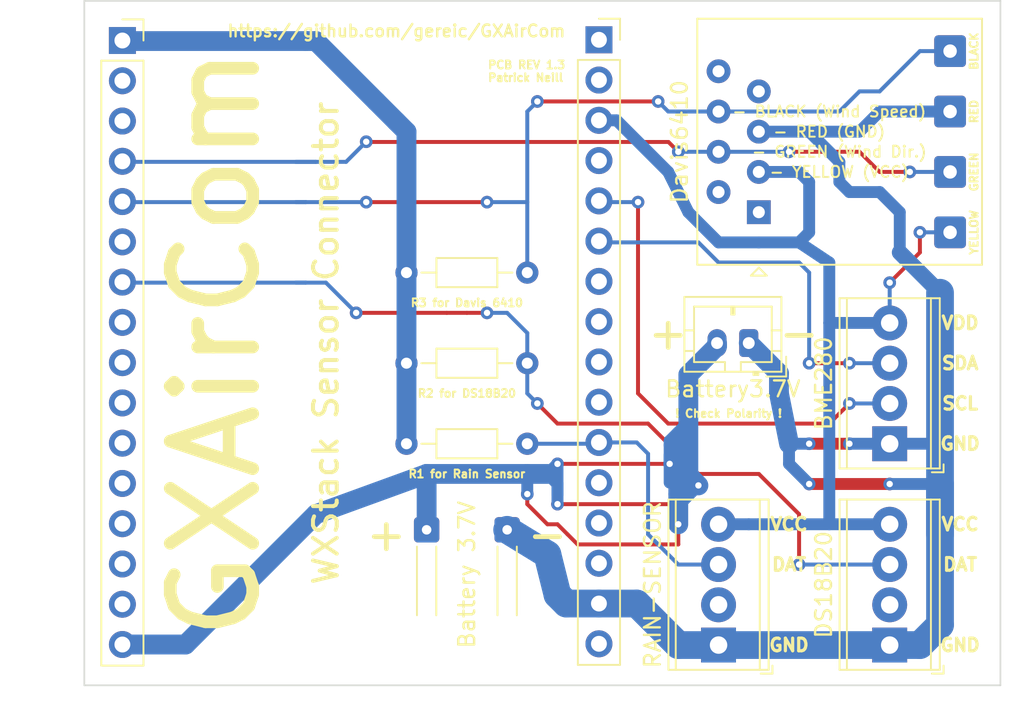
<source format=kicad_pcb>
(kicad_pcb (version 20171130) (host pcbnew "(5.1.8)-1")

  (general
    (thickness 1.6)
    (drawings 31)
    (tracks 210)
    (zones 0)
    (modules 16)
    (nets 39)
  )

  (page A4)
  (layers
    (0 F.Cu signal)
    (31 B.Cu signal)
    (32 B.Adhes user hide)
    (33 F.Adhes user hide)
    (34 B.Paste user hide)
    (35 F.Paste user hide)
    (36 B.SilkS user hide)
    (37 F.SilkS user)
    (38 B.Mask user)
    (39 F.Mask user hide)
    (40 Dwgs.User user)
    (41 Cmts.User user)
    (42 Eco1.User user)
    (43 Eco2.User user)
    (44 Edge.Cuts user)
    (45 Margin user hide)
    (46 B.CrtYd user)
    (47 F.CrtYd user hide)
    (48 B.Fab user)
    (49 F.Fab user)
  )

  (setup
    (last_trace_width 0.25)
    (trace_clearance 0.2)
    (zone_clearance 0.508)
    (zone_45_only no)
    (trace_min 0.2)
    (via_size 0.8)
    (via_drill 0.4)
    (via_min_size 0.4)
    (via_min_drill 0.3)
    (uvia_size 0.3)
    (uvia_drill 0.1)
    (uvias_allowed no)
    (uvia_min_size 0.2)
    (uvia_min_drill 0.1)
    (edge_width 0.1)
    (segment_width 0.2)
    (pcb_text_width 0.3)
    (pcb_text_size 1.5 1.5)
    (mod_edge_width 0.15)
    (mod_text_size 1 1)
    (mod_text_width 0.15)
    (pad_size 2 2)
    (pad_drill 0.76)
    (pad_to_mask_clearance 0)
    (aux_axis_origin 0 0)
    (visible_elements 7FFFFFFF)
    (pcbplotparams
      (layerselection 0x010f0_ffffffff)
      (usegerberextensions false)
      (usegerberattributes false)
      (usegerberadvancedattributes false)
      (creategerberjobfile false)
      (excludeedgelayer true)
      (linewidth 0.150000)
      (plotframeref false)
      (viasonmask false)
      (mode 1)
      (useauxorigin false)
      (hpglpennumber 1)
      (hpglpenspeed 20)
      (hpglpendiameter 15.000000)
      (psnegative false)
      (psa4output false)
      (plotreference true)
      (plotvalue false)
      (plotinvisibletext false)
      (padsonsilk true)
      (subtractmaskfromsilk false)
      (outputformat 1)
      (mirror false)
      (drillshape 0)
      (scaleselection 1)
      (outputdirectory "plots/StackConnector3/"))
  )

  (net 0 "")
  (net 1 "Net-(Davis6410-Pad1)")
  (net 2 "Net-(Davis6410-Pad2)")
  (net 3 +3V3)
  (net 4 "Net-(Davis6410-Pad4)")
  (net 5 GND)
  (net 6 "Net-(Davis6410-Pad7)")
  (net 7 "Net-(Davis6410-Pad8)")
  (net 8 "Net-(J1-Pad3)")
  (net 9 "Net-(J1-Pad6)")
  (net 10 "Net-(J1-Pad8)")
  (net 11 "Net-(J1-Pad9)")
  (net 12 "Net-(J1-Pad10)")
  (net 13 "Net-(J1-Pad11)")
  (net 14 "Net-(J1-Pad12)")
  (net 15 "Net-(J1-Pad13)")
  (net 16 "Net-(J1-Pad14)")
  (net 17 "Net-(J1-Pad15)")
  (net 18 "Net-(J2-Pad16)")
  (net 19 "Net-(J2-Pad14)")
  (net 20 "Net-(J2-Pad13)")
  (net 21 "Net-(J2-Pad12)")
  (net 22 "Net-(J2-Pad11)")
  (net 23 "Net-(J2-Pad10)")
  (net 24 "Net-(J2-Pad9)")
  (net 25 "Net-(J2-Pad8)")
  (net 26 "Net-(J2-Pad7)")
  (net 27 "Net-(J2-Pad2)")
  (net 28 "Net-(J2-Pad1)")
  (net 29 "Net-(J1-Pad2)")
  (net 30 "Net-(BME280-Pad2)")
  (net 31 "Net-(BME280-Pad3)")
  (net 32 "Net-(DS18B20-Pad3)")
  (net 33 "Net-(DS18B20-Pad2)")
  (net 34 GND1)
  (net 35 +3.3VP)
  (net 36 "Net-(Battery3.7V1-Pad2)")
  (net 37 "Net-(BLACK1-Pad1)")
  (net 38 "Net-(RAIN-SENSOR1-Pad2)")

  (net_class Default "This is the default net class."
    (clearance 0.2)
    (trace_width 0.25)
    (via_dia 0.8)
    (via_drill 0.4)
    (uvia_dia 0.3)
    (uvia_drill 0.1)
    (add_net +3.3VP)
    (add_net +3V3)
    (add_net GND)
    (add_net GND1)
    (add_net "Net-(BLACK1-Pad1)")
    (add_net "Net-(BME280-Pad2)")
    (add_net "Net-(BME280-Pad3)")
    (add_net "Net-(Battery3.7V1-Pad2)")
    (add_net "Net-(DS18B20-Pad2)")
    (add_net "Net-(DS18B20-Pad3)")
    (add_net "Net-(Davis6410-Pad1)")
    (add_net "Net-(Davis6410-Pad2)")
    (add_net "Net-(Davis6410-Pad4)")
    (add_net "Net-(Davis6410-Pad7)")
    (add_net "Net-(Davis6410-Pad8)")
    (add_net "Net-(J1-Pad10)")
    (add_net "Net-(J1-Pad11)")
    (add_net "Net-(J1-Pad12)")
    (add_net "Net-(J1-Pad13)")
    (add_net "Net-(J1-Pad14)")
    (add_net "Net-(J1-Pad15)")
    (add_net "Net-(J1-Pad2)")
    (add_net "Net-(J1-Pad3)")
    (add_net "Net-(J1-Pad6)")
    (add_net "Net-(J1-Pad8)")
    (add_net "Net-(J1-Pad9)")
    (add_net "Net-(J2-Pad1)")
    (add_net "Net-(J2-Pad10)")
    (add_net "Net-(J2-Pad11)")
    (add_net "Net-(J2-Pad12)")
    (add_net "Net-(J2-Pad13)")
    (add_net "Net-(J2-Pad14)")
    (add_net "Net-(J2-Pad16)")
    (add_net "Net-(J2-Pad2)")
    (add_net "Net-(J2-Pad7)")
    (add_net "Net-(J2-Pad8)")
    (add_net "Net-(J2-Pad9)")
    (add_net "Net-(RAIN-SENSOR1-Pad2)")
  )

  (module Connector_Wire:SolderWire-0.1sqmm_1x01_D0.4mm_OD1mm_Relief (layer F.Cu) (tedit 5EB70B42) (tstamp 6003429A)
    (at 102.87 88.615)
    (descr "Soldered wire connection with feed through strain relief, for a single 0.1 mm² wire, basic insulation, conductor diameter 0.4mm, outer diameter 1mm, size source Multi-Contact FLEXI-E 0.1 (https://ec.staubli.com/AcroFiles/Catalogues/TM_Cab-Main-11014119_(en)_hi.pdf), bend radius 3 times outer diameter, generated with kicad-footprint-generator")
    (tags "connector wire 0.1sqmm strain-relief")
    (path /60052415)
    (attr virtual)
    (fp_text reference J4 (at 0 -2) (layer F.SilkS) hide
      (effects (font (size 1 1) (thickness 0.15)))
    )
    (fp_text value Conn_01x01 (at 0 7.95) (layer F.Fab) hide
      (effects (font (size 1 1) (thickness 0.15)))
    )
    (fp_line (start 1.3 4.75) (end -1.3 4.75) (layer B.CrtYd) (width 0.05))
    (fp_line (start 1.3 7.25) (end 1.3 4.75) (layer B.CrtYd) (width 0.05))
    (fp_line (start -1.3 7.25) (end 1.3 7.25) (layer B.CrtYd) (width 0.05))
    (fp_line (start -1.3 4.75) (end -1.3 7.25) (layer B.CrtYd) (width 0.05))
    (fp_line (start 1.3 -1.3) (end -1.3 -1.3) (layer F.CrtYd) (width 0.05))
    (fp_line (start 1.3 7.25) (end 1.3 -1.3) (layer F.CrtYd) (width 0.05))
    (fp_line (start -1.3 7.25) (end 1.3 7.25) (layer F.CrtYd) (width 0.05))
    (fp_line (start -1.3 -1.3) (end -1.3 7.25) (layer F.CrtYd) (width 0.05))
    (fp_line (start -0.61 1.06) (end -0.61 5.39) (layer F.SilkS) (width 0.12))
    (fp_line (start 0.61 1.06) (end 0.61 5.39) (layer F.SilkS) (width 0.12))
    (fp_line (start 0.5 0) (end 0.5 6) (layer F.Fab) (width 0.1))
    (fp_line (start -0.5 0) (end -0.5 6) (layer F.Fab) (width 0.1))
    (fp_circle (center 0 6) (end 0.5 6) (layer F.Fab) (width 0.1))
    (fp_circle (center 0 0) (end 0.5 0) (layer F.Fab) (width 0.1))
    (fp_text user %R (at 0 3 90) (layer F.Fab)
      (effects (font (size 0.8 0.8) (thickness 0.12)))
    )
    (pad "" np_thru_hole circle (at 0 6) (size 1.5 1.5) (drill 1.5) (layers *.Cu *.Mask))
    (pad 1 thru_hole roundrect (at 0 0) (size 1.6 1.6) (drill 0.6) (layers *.Cu *.Mask) (roundrect_rratio 0.15625)
      (net 36 "Net-(Battery3.7V1-Pad2)"))
    (model ${KISYS3DMOD}/Connector_Wire.3dshapes/SolderWire-0.1sqmm_1x01_D0.4mm_OD1mm_Relief.wrl
      (at (xyz 0 0 0))
      (scale (xyz 1 1 1))
      (rotate (xyz 0 0 0))
    )
  )

  (module Connector_Wire:SolderWire-0.25sqmm_1x01_D0.65mm_OD2mm (layer F.Cu) (tedit 5EB70B44) (tstamp 6003B27A)
    (at 135.89 69.85)
    (descr "Soldered wire connection, for a single 0.25 mm² wire, reinforced insulation, conductor diameter 0.65mm, outer diameter 2mm, size source Multi-Contact FLEXI-2V 0.25 (https://ec.staubli.com/AcroFiles/Catalogues/TM_Cab-Main-11014119_(en)_hi.pdf), bend radius 3 times outer diameter, generated with kicad-footprint-generator")
    (tags "connector wire 0.25sqmm")
    (path /600AD4A0)
    (attr virtual)
    (fp_text reference YELLOW (at 1.51 0 90) (layer F.SilkS)
      (effects (font (size 0.5 0.5) (thickness 0.125)))
    )
    (fp_text value Conn_01x01 (at 0 2.2) (layer F.Fab)
      (effects (font (size 1 1) (thickness 0.15)))
    )
    (fp_line (start 1.75 -1.5) (end -1.75 -1.5) (layer F.CrtYd) (width 0.05))
    (fp_line (start 1.75 1.5) (end 1.75 -1.5) (layer F.CrtYd) (width 0.05))
    (fp_line (start -1.75 1.5) (end 1.75 1.5) (layer F.CrtYd) (width 0.05))
    (fp_line (start -1.75 -1.5) (end -1.75 1.5) (layer F.CrtYd) (width 0.05))
    (fp_circle (center 0 0) (end 1 0) (layer F.Fab) (width 0.1))
    (fp_text user %R (at 0 0) (layer F.Fab)
      (effects (font (size 0.5 0.5) (thickness 0.08)))
    )
    (pad 1 thru_hole roundrect (at 0 0) (size 2 2) (drill 0.85) (layers *.Cu *.Mask) (roundrect_rratio 0.125)
      (net 3 +3V3))
    (model ${KISYS3DMOD}/Connector_Wire.3dshapes/SolderWire-0.25sqmm_1x01_D0.65mm_OD2mm.wrl
      (at (xyz 0 0 0))
      (scale (xyz 1 1 1))
      (rotate (xyz 0 0 0))
    )
  )

  (module Connector_Wire:SolderWire-0.25sqmm_1x01_D0.65mm_OD2mm (layer F.Cu) (tedit 5EB70B44) (tstamp 6003B221)
    (at 135.89 62.23)
    (descr "Soldered wire connection, for a single 0.25 mm² wire, reinforced insulation, conductor diameter 0.65mm, outer diameter 2mm, size source Multi-Contact FLEXI-2V 0.25 (https://ec.staubli.com/AcroFiles/Catalogues/TM_Cab-Main-11014119_(en)_hi.pdf), bend radius 3 times outer diameter, generated with kicad-footprint-generator")
    (tags "connector wire 0.25sqmm")
    (path /600AC07C)
    (attr virtual)
    (fp_text reference RED (at 1.51 0 90) (layer F.SilkS)
      (effects (font (size 0.5 0.5) (thickness 0.125)))
    )
    (fp_text value Conn_01x01 (at 0 2.2) (layer F.Fab)
      (effects (font (size 1 1) (thickness 0.15)))
    )
    (fp_line (start 1.75 -1.5) (end -1.75 -1.5) (layer F.CrtYd) (width 0.05))
    (fp_line (start 1.75 1.5) (end 1.75 -1.5) (layer F.CrtYd) (width 0.05))
    (fp_line (start -1.75 1.5) (end 1.75 1.5) (layer F.CrtYd) (width 0.05))
    (fp_line (start -1.75 -1.5) (end -1.75 1.5) (layer F.CrtYd) (width 0.05))
    (fp_circle (center 0 0) (end 1 0) (layer F.Fab) (width 0.1))
    (fp_text user %R (at 0 0) (layer F.Fab)
      (effects (font (size 0.5 0.5) (thickness 0.08)))
    )
    (pad 1 thru_hole roundrect (at 0 0) (size 2 2) (drill 0.85) (layers *.Cu *.Mask) (roundrect_rratio 0.125)
      (net 34 GND1))
    (model ${KISYS3DMOD}/Connector_Wire.3dshapes/SolderWire-0.25sqmm_1x01_D0.65mm_OD2mm.wrl
      (at (xyz 0 0 0))
      (scale (xyz 1 1 1))
      (rotate (xyz 0 0 0))
    )
  )

  (module Connector_Wire:SolderWire-0.25sqmm_1x01_D0.65mm_OD2mm (layer F.Cu) (tedit 5EB70B44) (tstamp 6003B08E)
    (at 135.89 66.04)
    (descr "Soldered wire connection, for a single 0.25 mm² wire, reinforced insulation, conductor diameter 0.65mm, outer diameter 2mm, size source Multi-Contact FLEXI-2V 0.25 (https://ec.staubli.com/AcroFiles/Catalogues/TM_Cab-Main-11014119_(en)_hi.pdf), bend radius 3 times outer diameter, generated with kicad-footprint-generator")
    (tags "connector wire 0.25sqmm")
    (path /600ACC15)
    (attr virtual)
    (fp_text reference GREEN (at 1.51 0 90) (layer F.SilkS)
      (effects (font (size 0.5 0.5) (thickness 0.125)))
    )
    (fp_text value Conn_01x01 (at 0 2.2) (layer F.Fab)
      (effects (font (size 1 1) (thickness 0.15)))
    )
    (fp_line (start 1.75 -1.5) (end -1.75 -1.5) (layer F.CrtYd) (width 0.05))
    (fp_line (start 1.75 1.5) (end 1.75 -1.5) (layer F.CrtYd) (width 0.05))
    (fp_line (start -1.75 1.5) (end 1.75 1.5) (layer F.CrtYd) (width 0.05))
    (fp_line (start -1.75 -1.5) (end -1.75 1.5) (layer F.CrtYd) (width 0.05))
    (fp_circle (center 0 0) (end 1 0) (layer F.Fab) (width 0.1))
    (fp_text user %R (at 0 0) (layer F.Fab)
      (effects (font (size 0.5 0.5) (thickness 0.08)))
    )
    (pad 1 thru_hole roundrect (at 0 0) (size 2 2) (drill 0.85) (layers *.Cu *.Mask) (roundrect_rratio 0.125)
      (net 4 "Net-(Davis6410-Pad4)"))
    (model ${KISYS3DMOD}/Connector_Wire.3dshapes/SolderWire-0.25sqmm_1x01_D0.65mm_OD2mm.wrl
      (at (xyz 0 0 0))
      (scale (xyz 1 1 1))
      (rotate (xyz 0 0 0))
    )
  )

  (module Connector_Wire:SolderWire-0.25sqmm_1x01_D0.65mm_OD2mm (layer F.Cu) (tedit 5EB70B44) (tstamp 6003AFAB)
    (at 135.89 58.42)
    (descr "Soldered wire connection, for a single 0.25 mm² wire, reinforced insulation, conductor diameter 0.65mm, outer diameter 2mm, size source Multi-Contact FLEXI-2V 0.25 (https://ec.staubli.com/AcroFiles/Catalogues/TM_Cab-Main-11014119_(en)_hi.pdf), bend radius 3 times outer diameter, generated with kicad-footprint-generator")
    (tags "connector wire 0.25sqmm")
    (path /600AB899)
    (attr virtual)
    (fp_text reference BLACK (at 1.51 0 90) (layer F.SilkS)
      (effects (font (size 0.5 0.5) (thickness 0.125)))
    )
    (fp_text value Conn_01x01 (at 0 2.2) (layer F.Fab)
      (effects (font (size 1 1) (thickness 0.15)))
    )
    (fp_line (start 1.75 -1.5) (end -1.75 -1.5) (layer F.CrtYd) (width 0.05))
    (fp_line (start 1.75 1.5) (end 1.75 -1.5) (layer F.CrtYd) (width 0.05))
    (fp_line (start -1.75 1.5) (end 1.75 1.5) (layer F.CrtYd) (width 0.05))
    (fp_line (start -1.75 -1.5) (end -1.75 1.5) (layer F.CrtYd) (width 0.05))
    (fp_circle (center 0 0) (end 1 0) (layer F.Fab) (width 0.1))
    (fp_text user %R (at 0 0) (layer F.Fab)
      (effects (font (size 0.5 0.5) (thickness 0.08)))
    )
    (pad 1 thru_hole roundrect (at 0 0) (size 2 2) (drill 0.85) (layers *.Cu *.Mask) (roundrect_rratio 0.125)
      (net 37 "Net-(BLACK1-Pad1)"))
    (model ${KISYS3DMOD}/Connector_Wire.3dshapes/SolderWire-0.25sqmm_1x01_D0.65mm_OD2mm.wrl
      (at (xyz 0 0 0))
      (scale (xyz 1 1 1))
      (rotate (xyz 0 0 0))
    )
  )

  (module Connector_Wire:SolderWire-0.1sqmm_1x01_D0.4mm_OD1mm_Relief (layer F.Cu) (tedit 5EB70B42) (tstamp 60034285)
    (at 107.95 88.615)
    (descr "Soldered wire connection with feed through strain relief, for a single 0.1 mm² wire, basic insulation, conductor diameter 0.4mm, outer diameter 1mm, size source Multi-Contact FLEXI-E 0.1 (https://ec.staubli.com/AcroFiles/Catalogues/TM_Cab-Main-11014119_(en)_hi.pdf), bend radius 3 times outer diameter, generated with kicad-footprint-generator")
    (tags "connector wire 0.1sqmm strain-relief")
    (path /60054238)
    (attr virtual)
    (fp_text reference J3 (at 0 -2) (layer F.SilkS) hide
      (effects (font (size 1 1) (thickness 0.15)))
    )
    (fp_text value Conn_01x01 (at 0 7.95) (layer F.Fab) hide
      (effects (font (size 1 1) (thickness 0.15)))
    )
    (fp_line (start 1.3 4.75) (end -1.3 4.75) (layer B.CrtYd) (width 0.05))
    (fp_line (start 1.3 7.25) (end 1.3 4.75) (layer B.CrtYd) (width 0.05))
    (fp_line (start -1.3 7.25) (end 1.3 7.25) (layer B.CrtYd) (width 0.05))
    (fp_line (start -1.3 4.75) (end -1.3 7.25) (layer B.CrtYd) (width 0.05))
    (fp_line (start 1.3 -1.3) (end -1.3 -1.3) (layer F.CrtYd) (width 0.05))
    (fp_line (start 1.3 7.25) (end 1.3 -1.3) (layer F.CrtYd) (width 0.05))
    (fp_line (start -1.3 7.25) (end 1.3 7.25) (layer F.CrtYd) (width 0.05))
    (fp_line (start -1.3 -1.3) (end -1.3 7.25) (layer F.CrtYd) (width 0.05))
    (fp_line (start -0.61 1.06) (end -0.61 5.39) (layer F.SilkS) (width 0.12))
    (fp_line (start 0.61 1.06) (end 0.61 5.39) (layer F.SilkS) (width 0.12))
    (fp_line (start 0.5 0) (end 0.5 6) (layer F.Fab) (width 0.1))
    (fp_line (start -0.5 0) (end -0.5 6) (layer F.Fab) (width 0.1))
    (fp_circle (center 0 6) (end 0.5 6) (layer F.Fab) (width 0.1))
    (fp_circle (center 0 0) (end 0.5 0) (layer F.Fab) (width 0.1))
    (fp_text user %R (at 0 3 90) (layer F.Fab)
      (effects (font (size 0.8 0.8) (thickness 0.12)))
    )
    (pad "" np_thru_hole circle (at 0 6) (size 1.5 1.5) (drill 1.5) (layers *.Cu *.Mask))
    (pad 1 thru_hole roundrect (at 0 0) (size 1.6 1.6) (drill 0.6) (layers *.Cu *.Mask) (roundrect_rratio 0.15625)
      (net 34 GND1))
    (model ${KISYS3DMOD}/Connector_Wire.3dshapes/SolderWire-0.1sqmm_1x01_D0.4mm_OD1mm_Relief.wrl
      (at (xyz 0 0 0))
      (scale (xyz 1 1 1))
      (rotate (xyz 0 0 0))
    )
  )

  (module Connector_JST:JST_PH_B2B-PH-K_1x02_P2.00mm_Vertical (layer F.Cu) (tedit 5B7745C2) (tstamp 5FE8FE2C)
    (at 123.19 76.835 180)
    (descr "JST PH series connector, B2B-PH-K (http://www.jst-mfg.com/product/pdf/eng/ePH.pdf), generated with kicad-footprint-generator")
    (tags "connector JST PH side entry")
    (path /5FF51421)
    (fp_text reference Battery3.7V (at 1 -2.9) (layer F.SilkS)
      (effects (font (size 1 1) (thickness 0.15)))
    )
    (fp_text value Conn_01x02 (at 1 4) (layer F.Fab)
      (effects (font (size 1 1) (thickness 0.15)))
    )
    (fp_line (start 4.45 -2.2) (end -2.45 -2.2) (layer F.CrtYd) (width 0.05))
    (fp_line (start 4.45 3.3) (end 4.45 -2.2) (layer F.CrtYd) (width 0.05))
    (fp_line (start -2.45 3.3) (end 4.45 3.3) (layer F.CrtYd) (width 0.05))
    (fp_line (start -2.45 -2.2) (end -2.45 3.3) (layer F.CrtYd) (width 0.05))
    (fp_line (start 3.95 -1.7) (end -1.95 -1.7) (layer F.Fab) (width 0.1))
    (fp_line (start 3.95 2.8) (end 3.95 -1.7) (layer F.Fab) (width 0.1))
    (fp_line (start -1.95 2.8) (end 3.95 2.8) (layer F.Fab) (width 0.1))
    (fp_line (start -1.95 -1.7) (end -1.95 2.8) (layer F.Fab) (width 0.1))
    (fp_line (start -2.36 -2.11) (end -2.36 -0.86) (layer F.Fab) (width 0.1))
    (fp_line (start -1.11 -2.11) (end -2.36 -2.11) (layer F.Fab) (width 0.1))
    (fp_line (start -2.36 -2.11) (end -2.36 -0.86) (layer F.SilkS) (width 0.12))
    (fp_line (start -1.11 -2.11) (end -2.36 -2.11) (layer F.SilkS) (width 0.12))
    (fp_line (start 1 2.3) (end 1 1.8) (layer F.SilkS) (width 0.12))
    (fp_line (start 1.1 1.8) (end 1.1 2.3) (layer F.SilkS) (width 0.12))
    (fp_line (start 0.9 1.8) (end 1.1 1.8) (layer F.SilkS) (width 0.12))
    (fp_line (start 0.9 2.3) (end 0.9 1.8) (layer F.SilkS) (width 0.12))
    (fp_line (start 4.06 0.8) (end 3.45 0.8) (layer F.SilkS) (width 0.12))
    (fp_line (start 4.06 -0.5) (end 3.45 -0.5) (layer F.SilkS) (width 0.12))
    (fp_line (start -2.06 0.8) (end -1.45 0.8) (layer F.SilkS) (width 0.12))
    (fp_line (start -2.06 -0.5) (end -1.45 -0.5) (layer F.SilkS) (width 0.12))
    (fp_line (start 1.5 -1.2) (end 1.5 -1.81) (layer F.SilkS) (width 0.12))
    (fp_line (start 3.45 -1.2) (end 1.5 -1.2) (layer F.SilkS) (width 0.12))
    (fp_line (start 3.45 2.3) (end 3.45 -1.2) (layer F.SilkS) (width 0.12))
    (fp_line (start -1.45 2.3) (end 3.45 2.3) (layer F.SilkS) (width 0.12))
    (fp_line (start -1.45 -1.2) (end -1.45 2.3) (layer F.SilkS) (width 0.12))
    (fp_line (start 0.5 -1.2) (end -1.45 -1.2) (layer F.SilkS) (width 0.12))
    (fp_line (start 0.5 -1.81) (end 0.5 -1.2) (layer F.SilkS) (width 0.12))
    (fp_line (start -0.3 -1.91) (end -0.6 -1.91) (layer F.SilkS) (width 0.12))
    (fp_line (start -0.6 -2.01) (end -0.6 -1.81) (layer F.SilkS) (width 0.12))
    (fp_line (start -0.3 -2.01) (end -0.6 -2.01) (layer F.SilkS) (width 0.12))
    (fp_line (start -0.3 -1.81) (end -0.3 -2.01) (layer F.SilkS) (width 0.12))
    (fp_line (start 4.06 -1.81) (end -2.06 -1.81) (layer F.SilkS) (width 0.12))
    (fp_line (start 4.06 2.91) (end 4.06 -1.81) (layer F.SilkS) (width 0.12))
    (fp_line (start -2.06 2.91) (end 4.06 2.91) (layer F.SilkS) (width 0.12))
    (fp_line (start -2.06 -1.81) (end -2.06 2.91) (layer F.SilkS) (width 0.12))
    (fp_text user %R (at 1 1.5) (layer F.Fab)
      (effects (font (size 1 1) (thickness 0.15)))
    )
    (pad 2 thru_hole oval (at 2 0 180) (size 1.2 1.75) (drill 0.75) (layers *.Cu *.Mask)
      (net 36 "Net-(Battery3.7V1-Pad2)"))
    (pad 1 thru_hole roundrect (at 0 0 180) (size 1.2 1.75) (drill 0.75) (layers *.Cu *.Mask) (roundrect_rratio 0.2083325)
      (net 34 GND1))
    (model ${KISYS3DMOD}/Connector_JST.3dshapes/JST_PH_B2B-PH-K_1x02_P2.00mm_Vertical.wrl
      (at (xyz 0 0 0))
      (scale (xyz 1 1 1))
      (rotate (xyz 0 0 0))
    )
  )

  (module TerminalBlock_Phoenix:TerminalBlock_Phoenix_MPT-0,5-4-2.54_1x04_P2.54mm_Horizontal (layer F.Cu) (tedit 5B294F98) (tstamp 5FE8C513)
    (at 121.285 95.885 90)
    (descr "Terminal Block Phoenix MPT-0,5-4-2.54, 4 pins, pitch 2.54mm, size 10.6x6.2mm^2, drill diamater 1.1mm, pad diameter 2.2mm, see http://www.mouser.com/ds/2/324/ItemDetail_1725672-916605.pdf, script-generated using https://github.com/pointhi/kicad-footprint-generator/scripts/TerminalBlock_Phoenix")
    (tags "THT Terminal Block Phoenix MPT-0,5-4-2.54 pitch 2.54mm size 10.6x6.2mm^2 drill 1.1mm pad 2.2mm")
    (path /5FEDDAEE)
    (fp_text reference RAIN-SENSOR (at 3.81 -4.16 90) (layer F.SilkS)
      (effects (font (size 1 1) (thickness 0.15)))
    )
    (fp_text value Screw_Terminal_01x04 (at 3.81 4.16 90) (layer F.Fab)
      (effects (font (size 1 1) (thickness 0.15)))
    )
    (fp_line (start 9.63 -3.6) (end -2 -3.6) (layer F.CrtYd) (width 0.05))
    (fp_line (start 9.63 3.6) (end 9.63 -3.6) (layer F.CrtYd) (width 0.05))
    (fp_line (start -2 3.6) (end 9.63 3.6) (layer F.CrtYd) (width 0.05))
    (fp_line (start -2 -3.6) (end -2 3.6) (layer F.CrtYd) (width 0.05))
    (fp_line (start -1.8 3.4) (end -1.3 3.4) (layer F.SilkS) (width 0.12))
    (fp_line (start -1.8 2.66) (end -1.8 3.4) (layer F.SilkS) (width 0.12))
    (fp_line (start 8.321 -0.835) (end 6.786 0.7) (layer F.Fab) (width 0.1))
    (fp_line (start 8.455 -0.7) (end 6.92 0.835) (layer F.Fab) (width 0.1))
    (fp_line (start 5.781 -0.835) (end 4.246 0.7) (layer F.Fab) (width 0.1))
    (fp_line (start 5.915 -0.7) (end 4.38 0.835) (layer F.Fab) (width 0.1))
    (fp_line (start 3.241 -0.835) (end 1.706 0.7) (layer F.Fab) (width 0.1))
    (fp_line (start 3.375 -0.7) (end 1.84 0.835) (layer F.Fab) (width 0.1))
    (fp_line (start 0.701 -0.835) (end -0.835 0.7) (layer F.Fab) (width 0.1))
    (fp_line (start 0.835 -0.7) (end -0.701 0.835) (layer F.Fab) (width 0.1))
    (fp_line (start 9.18 -3.16) (end 9.18 3.16) (layer F.SilkS) (width 0.12))
    (fp_line (start -1.56 -3.16) (end -1.56 3.16) (layer F.SilkS) (width 0.12))
    (fp_line (start -1.56 3.16) (end 9.18 3.16) (layer F.SilkS) (width 0.12))
    (fp_line (start -1.56 -3.16) (end 9.18 -3.16) (layer F.SilkS) (width 0.12))
    (fp_line (start -1.56 -2.7) (end 9.18 -2.7) (layer F.SilkS) (width 0.12))
    (fp_line (start -1.5 -2.7) (end 9.12 -2.7) (layer F.Fab) (width 0.1))
    (fp_line (start -1.56 2.6) (end 9.18 2.6) (layer F.SilkS) (width 0.12))
    (fp_line (start -1.5 2.6) (end 9.12 2.6) (layer F.Fab) (width 0.1))
    (fp_line (start -1.5 2.6) (end -1.5 -3.1) (layer F.Fab) (width 0.1))
    (fp_line (start -1 3.1) (end -1.5 2.6) (layer F.Fab) (width 0.1))
    (fp_line (start 9.12 3.1) (end -1 3.1) (layer F.Fab) (width 0.1))
    (fp_line (start 9.12 -3.1) (end 9.12 3.1) (layer F.Fab) (width 0.1))
    (fp_line (start -1.5 -3.1) (end 9.12 -3.1) (layer F.Fab) (width 0.1))
    (fp_circle (center 7.62 0) (end 8.72 0) (layer F.Fab) (width 0.1))
    (fp_circle (center 5.08 0) (end 6.18 0) (layer F.Fab) (width 0.1))
    (fp_circle (center 2.54 0) (end 3.64 0) (layer F.Fab) (width 0.1))
    (fp_circle (center 0 0) (end 1.1 0) (layer F.Fab) (width 0.1))
    (fp_text user %R (at 3.81 2 90) (layer F.Fab)
      (effects (font (size 1 1) (thickness 0.15)))
    )
    (pad 4 thru_hole circle (at 7.62 0 90) (size 2.2 2.2) (drill 1.1) (layers *.Cu *.Mask)
      (net 3 +3V3))
    (pad 3 thru_hole circle (at 5.08 0 90) (size 2.2 2.2) (drill 1.1) (layers *.Cu *.Mask)
      (net 22 "Net-(J2-Pad11)"))
    (pad 2 thru_hole circle (at 2.54 0 90) (size 2.2 2.2) (drill 1.1) (layers *.Cu *.Mask)
      (net 38 "Net-(RAIN-SENSOR1-Pad2)"))
    (pad 1 thru_hole rect (at 0 0 90) (size 2.2 2.2) (drill 1.1) (layers *.Cu *.Mask)
      (net 34 GND1))
    (model ${KISYS3DMOD}/TerminalBlock_Phoenix.3dshapes/TerminalBlock_Phoenix_MPT-0,5-4-2.54_1x04_P2.54mm_Horizontal.wrl
      (at (xyz 0 0 0))
      (scale (xyz 1 1 1))
      (rotate (xyz 0 0 0))
    )
  )

  (module TerminalBlock_Phoenix:TerminalBlock_Phoenix_MPT-0,5-4-2.54_1x04_P2.54mm_Horizontal (layer F.Cu) (tedit 5B294F98) (tstamp 5FE8C478)
    (at 132.08 95.885 90)
    (descr "Terminal Block Phoenix MPT-0,5-4-2.54, 4 pins, pitch 2.54mm, size 10.6x6.2mm^2, drill diamater 1.1mm, pad diameter 2.2mm, see http://www.mouser.com/ds/2/324/ItemDetail_1725672-916605.pdf, script-generated using https://github.com/pointhi/kicad-footprint-generator/scripts/TerminalBlock_Phoenix")
    (tags "THT Terminal Block Phoenix MPT-0,5-4-2.54 pitch 2.54mm size 10.6x6.2mm^2 drill 1.1mm pad 2.2mm")
    (path /5FED8B3D)
    (fp_text reference DS18B20 (at 3.81 -4.16 90) (layer F.SilkS)
      (effects (font (size 1 1) (thickness 0.15)))
    )
    (fp_text value Screw_Terminal_01x04 (at 3.81 4.16 90) (layer F.Fab)
      (effects (font (size 1 1) (thickness 0.15)))
    )
    (fp_line (start 9.63 -3.6) (end -2 -3.6) (layer F.CrtYd) (width 0.05))
    (fp_line (start 9.63 3.6) (end 9.63 -3.6) (layer F.CrtYd) (width 0.05))
    (fp_line (start -2 3.6) (end 9.63 3.6) (layer F.CrtYd) (width 0.05))
    (fp_line (start -2 -3.6) (end -2 3.6) (layer F.CrtYd) (width 0.05))
    (fp_line (start -1.8 3.4) (end -1.3 3.4) (layer F.SilkS) (width 0.12))
    (fp_line (start -1.8 2.66) (end -1.8 3.4) (layer F.SilkS) (width 0.12))
    (fp_line (start 8.321 -0.835) (end 6.786 0.7) (layer F.Fab) (width 0.1))
    (fp_line (start 8.455 -0.7) (end 6.92 0.835) (layer F.Fab) (width 0.1))
    (fp_line (start 5.781 -0.835) (end 4.246 0.7) (layer F.Fab) (width 0.1))
    (fp_line (start 5.915 -0.7) (end 4.38 0.835) (layer F.Fab) (width 0.1))
    (fp_line (start 3.241 -0.835) (end 1.706 0.7) (layer F.Fab) (width 0.1))
    (fp_line (start 3.375 -0.7) (end 1.84 0.835) (layer F.Fab) (width 0.1))
    (fp_line (start 0.701 -0.835) (end -0.835 0.7) (layer F.Fab) (width 0.1))
    (fp_line (start 0.835 -0.7) (end -0.701 0.835) (layer F.Fab) (width 0.1))
    (fp_line (start 9.18 -3.16) (end 9.18 3.16) (layer F.SilkS) (width 0.12))
    (fp_line (start -1.56 -3.16) (end -1.56 3.16) (layer F.SilkS) (width 0.12))
    (fp_line (start -1.56 3.16) (end 9.18 3.16) (layer F.SilkS) (width 0.12))
    (fp_line (start -1.56 -3.16) (end 9.18 -3.16) (layer F.SilkS) (width 0.12))
    (fp_line (start -1.56 -2.7) (end 9.18 -2.7) (layer F.SilkS) (width 0.12))
    (fp_line (start -1.5 -2.7) (end 9.12 -2.7) (layer F.Fab) (width 0.1))
    (fp_line (start -1.56 2.6) (end 9.18 2.6) (layer F.SilkS) (width 0.12))
    (fp_line (start -1.5 2.6) (end 9.12 2.6) (layer F.Fab) (width 0.1))
    (fp_line (start -1.5 2.6) (end -1.5 -3.1) (layer F.Fab) (width 0.1))
    (fp_line (start -1 3.1) (end -1.5 2.6) (layer F.Fab) (width 0.1))
    (fp_line (start 9.12 3.1) (end -1 3.1) (layer F.Fab) (width 0.1))
    (fp_line (start 9.12 -3.1) (end 9.12 3.1) (layer F.Fab) (width 0.1))
    (fp_line (start -1.5 -3.1) (end 9.12 -3.1) (layer F.Fab) (width 0.1))
    (fp_circle (center 7.62 0) (end 8.72 0) (layer F.Fab) (width 0.1))
    (fp_circle (center 5.08 0) (end 6.18 0) (layer F.Fab) (width 0.1))
    (fp_circle (center 2.54 0) (end 3.64 0) (layer F.Fab) (width 0.1))
    (fp_circle (center 0 0) (end 1.1 0) (layer F.Fab) (width 0.1))
    (fp_text user %R (at 3.81 2 90) (layer F.Fab)
      (effects (font (size 1 1) (thickness 0.15)))
    )
    (pad 4 thru_hole circle (at 7.62 0 90) (size 2.2 2.2) (drill 1.1) (layers *.Cu *.Mask)
      (net 3 +3V3))
    (pad 3 thru_hole circle (at 5.08 0 90) (size 2.2 2.2) (drill 1.1) (layers *.Cu *.Mask)
      (net 32 "Net-(DS18B20-Pad3)"))
    (pad 2 thru_hole circle (at 2.54 0 90) (size 2.2 2.2) (drill 1.1) (layers *.Cu *.Mask)
      (net 33 "Net-(DS18B20-Pad2)"))
    (pad 1 thru_hole rect (at 0 0 90) (size 2.2 2.2) (drill 1.1) (layers *.Cu *.Mask)
      (net 34 GND1))
    (model ${KISYS3DMOD}/TerminalBlock_Phoenix.3dshapes/TerminalBlock_Phoenix_MPT-0,5-4-2.54_1x04_P2.54mm_Horizontal.wrl
      (at (xyz 0 0 0))
      (scale (xyz 1 1 1))
      (rotate (xyz 0 0 0))
    )
  )

  (module TerminalBlock_Phoenix:TerminalBlock_Phoenix_MPT-0,5-4-2.54_1x04_P2.54mm_Horizontal (layer F.Cu) (tedit 5B294F98) (tstamp 5FE8C41D)
    (at 132.08 83.185 90)
    (descr "Terminal Block Phoenix MPT-0,5-4-2.54, 4 pins, pitch 2.54mm, size 10.6x6.2mm^2, drill diamater 1.1mm, pad diameter 2.2mm, see http://www.mouser.com/ds/2/324/ItemDetail_1725672-916605.pdf, script-generated using https://github.com/pointhi/kicad-footprint-generator/scripts/TerminalBlock_Phoenix")
    (tags "THT Terminal Block Phoenix MPT-0,5-4-2.54 pitch 2.54mm size 10.6x6.2mm^2 drill 1.1mm pad 2.2mm")
    (path /5FED3D68)
    (fp_text reference BME280 (at 3.81 -4.16 90) (layer F.SilkS)
      (effects (font (size 1 1) (thickness 0.15)))
    )
    (fp_text value Screw_Terminal_01x04 (at 3.81 4.16 90) (layer F.Fab)
      (effects (font (size 1 1) (thickness 0.15)))
    )
    (fp_line (start 9.63 -3.6) (end -2 -3.6) (layer F.CrtYd) (width 0.05))
    (fp_line (start 9.63 3.6) (end 9.63 -3.6) (layer F.CrtYd) (width 0.05))
    (fp_line (start -2 3.6) (end 9.63 3.6) (layer F.CrtYd) (width 0.05))
    (fp_line (start -2 -3.6) (end -2 3.6) (layer F.CrtYd) (width 0.05))
    (fp_line (start -1.8 3.4) (end -1.3 3.4) (layer F.SilkS) (width 0.12))
    (fp_line (start -1.8 2.66) (end -1.8 3.4) (layer F.SilkS) (width 0.12))
    (fp_line (start 8.321 -0.835) (end 6.786 0.7) (layer F.Fab) (width 0.1))
    (fp_line (start 8.455 -0.7) (end 6.92 0.835) (layer F.Fab) (width 0.1))
    (fp_line (start 5.781 -0.835) (end 4.246 0.7) (layer F.Fab) (width 0.1))
    (fp_line (start 5.915 -0.7) (end 4.38 0.835) (layer F.Fab) (width 0.1))
    (fp_line (start 3.241 -0.835) (end 1.706 0.7) (layer F.Fab) (width 0.1))
    (fp_line (start 3.375 -0.7) (end 1.84 0.835) (layer F.Fab) (width 0.1))
    (fp_line (start 0.701 -0.835) (end -0.835 0.7) (layer F.Fab) (width 0.1))
    (fp_line (start 0.835 -0.7) (end -0.701 0.835) (layer F.Fab) (width 0.1))
    (fp_line (start 9.18 -3.16) (end 9.18 3.16) (layer F.SilkS) (width 0.12))
    (fp_line (start -1.56 -3.16) (end -1.56 3.16) (layer F.SilkS) (width 0.12))
    (fp_line (start -1.56 3.16) (end 9.18 3.16) (layer F.SilkS) (width 0.12))
    (fp_line (start -1.56 -3.16) (end 9.18 -3.16) (layer F.SilkS) (width 0.12))
    (fp_line (start -1.56 -2.7) (end 9.18 -2.7) (layer F.SilkS) (width 0.12))
    (fp_line (start -1.5 -2.7) (end 9.12 -2.7) (layer F.Fab) (width 0.1))
    (fp_line (start -1.56 2.6) (end 9.18 2.6) (layer F.SilkS) (width 0.12))
    (fp_line (start -1.5 2.6) (end 9.12 2.6) (layer F.Fab) (width 0.1))
    (fp_line (start -1.5 2.6) (end -1.5 -3.1) (layer F.Fab) (width 0.1))
    (fp_line (start -1 3.1) (end -1.5 2.6) (layer F.Fab) (width 0.1))
    (fp_line (start 9.12 3.1) (end -1 3.1) (layer F.Fab) (width 0.1))
    (fp_line (start 9.12 -3.1) (end 9.12 3.1) (layer F.Fab) (width 0.1))
    (fp_line (start -1.5 -3.1) (end 9.12 -3.1) (layer F.Fab) (width 0.1))
    (fp_circle (center 7.62 0) (end 8.72 0) (layer F.Fab) (width 0.1))
    (fp_circle (center 5.08 0) (end 6.18 0) (layer F.Fab) (width 0.1))
    (fp_circle (center 2.54 0) (end 3.64 0) (layer F.Fab) (width 0.1))
    (fp_circle (center 0 0) (end 1.1 0) (layer F.Fab) (width 0.1))
    (fp_text user %R (at 3.81 2 90) (layer F.Fab)
      (effects (font (size 1 1) (thickness 0.15)))
    )
    (pad 4 thru_hole circle (at 7.62 0 90) (size 2.2 2.2) (drill 1.1) (layers *.Cu *.Mask)
      (net 3 +3V3))
    (pad 3 thru_hole circle (at 5.08 0 90) (size 2.2 2.2) (drill 1.1) (layers *.Cu *.Mask)
      (net 31 "Net-(BME280-Pad3)"))
    (pad 2 thru_hole circle (at 2.54 0 90) (size 2.2 2.2) (drill 1.1) (layers *.Cu *.Mask)
      (net 30 "Net-(BME280-Pad2)"))
    (pad 1 thru_hole rect (at 0 0 90) (size 2.2 2.2) (drill 1.1) (layers *.Cu *.Mask)
      (net 34 GND1))
    (model ${KISYS3DMOD}/TerminalBlock_Phoenix.3dshapes/TerminalBlock_Phoenix_MPT-0,5-4-2.54_1x04_P2.54mm_Horizontal.wrl
      (at (xyz 0 0 0))
      (scale (xyz 1 1 1))
      (rotate (xyz 0 0 0))
    )
  )

  (module Connector_RJ:RJ45_Amphenol_54602-x08_Horizontal (layer F.Cu) (tedit 5B103613) (tstamp 5FE8C43C)
    (at 123.825 68.58 90)
    (descr "8 Pol Shallow Latch Connector, Modjack, RJ45 (https://cdn.amphenol-icc.com/media/wysiwyg/files/drawing/c-bmj-0102.pdf)")
    (tags RJ45)
    (path /5FE7FBB3)
    (fp_text reference Davis6410 (at 4.445 -5 90) (layer F.SilkS)
      (effects (font (size 1 1) (thickness 0.15)))
    )
    (fp_text value RJ45 (at 4.445 4 90) (layer F.Fab)
      (effects (font (size 1 1) (thickness 0.15)))
    )
    (fp_line (start -4 0.5) (end -3.5 0) (layer F.SilkS) (width 0.12))
    (fp_line (start -4 -0.5) (end -4 0.5) (layer F.SilkS) (width 0.12))
    (fp_line (start -3.5 0) (end -4 -0.5) (layer F.SilkS) (width 0.12))
    (fp_line (start -3.205 13.97) (end -3.205 -2.77) (layer F.Fab) (width 0.12))
    (fp_line (start 12.095 13.97) (end -3.205 13.97) (layer F.Fab) (width 0.12))
    (fp_line (start 12.095 -3.77) (end 12.095 13.97) (layer F.Fab) (width 0.12))
    (fp_line (start -2.205 -3.77) (end 12.095 -3.77) (layer F.Fab) (width 0.12))
    (fp_line (start -3.205 -2.77) (end -2.205 -3.77) (layer F.Fab) (width 0.12))
    (fp_line (start -3.315 14.08) (end 12.205 14.08) (layer F.SilkS) (width 0.12))
    (fp_line (start 12.205 -3.88) (end 12.205 14.08) (layer F.SilkS) (width 0.12))
    (fp_line (start 12.205 -3.88) (end -3.315 -3.88) (layer F.SilkS) (width 0.12))
    (fp_line (start -3.315 -3.88) (end -3.315 14.08) (layer F.SilkS) (width 0.12))
    (fp_line (start -3.71 -4.27) (end 12.6 -4.27) (layer F.CrtYd) (width 0.05))
    (fp_line (start -3.71 -4.27) (end -3.71 14.47) (layer F.CrtYd) (width 0.05))
    (fp_line (start 12.6 14.47) (end 12.6 -4.27) (layer F.CrtYd) (width 0.05))
    (fp_line (start 12.6 14.47) (end -3.71 14.47) (layer F.CrtYd) (width 0.05))
    (fp_text user %R (at 4.445 2 90) (layer F.Fab)
      (effects (font (size 1 1) (thickness 0.15)))
    )
    (pad "" np_thru_hole circle (at 10.16 6.35 90) (size 3.2 3.2) (drill 3.2) (layers *.Cu *.Mask))
    (pad "" np_thru_hole circle (at -1.27 6.35 90) (size 3.2 3.2) (drill 3.2) (layers *.Cu *.Mask))
    (pad 1 thru_hole rect (at 0 0 90) (size 1.5 1.5) (drill 0.76) (layers *.Cu *.Mask)
      (net 1 "Net-(Davis6410-Pad1)"))
    (pad 2 thru_hole circle (at 1.27 -2.54 90) (size 1.5 1.5) (drill 0.76) (layers *.Cu *.Mask)
      (net 2 "Net-(Davis6410-Pad2)"))
    (pad 3 thru_hole circle (at 2.54 0 90) (size 1.5 1.5) (drill 0.76) (layers *.Cu *.Mask)
      (net 3 +3V3))
    (pad 4 thru_hole circle (at 3.81 -2.54 90) (size 1.5 1.5) (drill 0.76) (layers *.Cu *.Mask)
      (net 4 "Net-(Davis6410-Pad4)"))
    (pad 5 thru_hole circle (at 5.08 0 90) (size 1.5 1.5) (drill 0.76) (layers *.Cu *.Mask)
      (net 34 GND1))
    (pad 6 thru_hole circle (at 6.35 -2.54 90) (size 1.5 1.5) (drill 0.76) (layers *.Cu *.Mask)
      (net 37 "Net-(BLACK1-Pad1)"))
    (pad 7 thru_hole circle (at 7.62 0 90) (size 1.5 1.5) (drill 0.76) (layers *.Cu *.Mask)
      (net 6 "Net-(Davis6410-Pad7)"))
    (pad 8 thru_hole circle (at 8.89 -2.54 90) (size 1.5 1.5) (drill 0.76) (layers *.Cu *.Mask)
      (net 7 "Net-(Davis6410-Pad8)"))
    (model ${KISYS3DMOD}/Connector_RJ.3dshapes/RJ45_Amphenol_54602-x08_Horizontal.wrl
      (at (xyz 0 0 0))
      (scale (xyz 1 1 1))
      (rotate (xyz 0 0 0))
    )
  )

  (module Connector_PinSocket_2.54mm:PinSocket_1x16_P2.54mm_Vertical (layer F.Cu) (tedit 5A19A41E) (tstamp 5FE8C49C)
    (at 83.68 57.75)
    (descr "Through hole straight socket strip, 1x16, 2.54mm pitch, single row (from Kicad 4.0.7), script generated")
    (tags "Through hole socket strip THT 1x16 2.54mm single row")
    (path /5FE776D8)
    (fp_text reference J1 (at 0 -2.77) (layer F.SilkS) hide
      (effects (font (size 1 1) (thickness 0.15)))
    )
    (fp_text value Conn_01x16_Female (at 0 40.87) (layer F.Fab)
      (effects (font (size 1 1) (thickness 0.15)))
    )
    (fp_line (start -1.27 -1.27) (end 0.635 -1.27) (layer F.Fab) (width 0.1))
    (fp_line (start 0.635 -1.27) (end 1.27 -0.635) (layer F.Fab) (width 0.1))
    (fp_line (start 1.27 -0.635) (end 1.27 39.37) (layer F.Fab) (width 0.1))
    (fp_line (start 1.27 39.37) (end -1.27 39.37) (layer F.Fab) (width 0.1))
    (fp_line (start -1.27 39.37) (end -1.27 -1.27) (layer F.Fab) (width 0.1))
    (fp_line (start -1.33 1.27) (end 1.33 1.27) (layer F.SilkS) (width 0.12))
    (fp_line (start -1.33 1.27) (end -1.33 39.43) (layer F.SilkS) (width 0.12))
    (fp_line (start -1.33 39.43) (end 1.33 39.43) (layer F.SilkS) (width 0.12))
    (fp_line (start 1.33 1.27) (end 1.33 39.43) (layer F.SilkS) (width 0.12))
    (fp_line (start 1.33 -1.33) (end 1.33 0) (layer F.SilkS) (width 0.12))
    (fp_line (start 0 -1.33) (end 1.33 -1.33) (layer F.SilkS) (width 0.12))
    (fp_line (start -1.8 -1.8) (end 1.75 -1.8) (layer F.CrtYd) (width 0.05))
    (fp_line (start 1.75 -1.8) (end 1.75 39.9) (layer F.CrtYd) (width 0.05))
    (fp_line (start 1.75 39.9) (end -1.8 39.9) (layer F.CrtYd) (width 0.05))
    (fp_line (start -1.8 39.9) (end -1.8 -1.8) (layer F.CrtYd) (width 0.05))
    (fp_text user %R (at 0 19.05 90) (layer F.Fab)
      (effects (font (size 1 1) (thickness 0.15)))
    )
    (pad 1 thru_hole rect (at 0 0) (size 1.7 1.7) (drill 1) (layers *.Cu *.Mask)
      (net 35 +3.3VP))
    (pad 2 thru_hole oval (at 0 2.54) (size 1.7 1.7) (drill 1) (layers *.Cu *.Mask)
      (net 29 "Net-(J1-Pad2)"))
    (pad 3 thru_hole oval (at 0 5.08) (size 1.7 1.7) (drill 1) (layers *.Cu *.Mask)
      (net 8 "Net-(J1-Pad3)"))
    (pad 4 thru_hole oval (at 0 7.62) (size 1.7 1.7) (drill 1) (layers *.Cu *.Mask)
      (net 4 "Net-(Davis6410-Pad4)"))
    (pad 5 thru_hole oval (at 0 10.16) (size 1.7 1.7) (drill 1) (layers *.Cu *.Mask)
      (net 37 "Net-(BLACK1-Pad1)"))
    (pad 6 thru_hole oval (at 0 12.7) (size 1.7 1.7) (drill 1) (layers *.Cu *.Mask)
      (net 9 "Net-(J1-Pad6)"))
    (pad 7 thru_hole oval (at 0 15.24) (size 1.7 1.7) (drill 1) (layers *.Cu *.Mask)
      (net 32 "Net-(DS18B20-Pad3)"))
    (pad 8 thru_hole oval (at 0 17.78) (size 1.7 1.7) (drill 1) (layers *.Cu *.Mask)
      (net 10 "Net-(J1-Pad8)"))
    (pad 9 thru_hole oval (at 0 20.32) (size 1.7 1.7) (drill 1) (layers *.Cu *.Mask)
      (net 11 "Net-(J1-Pad9)"))
    (pad 10 thru_hole oval (at 0 22.86) (size 1.7 1.7) (drill 1) (layers *.Cu *.Mask)
      (net 12 "Net-(J1-Pad10)"))
    (pad 11 thru_hole oval (at 0 25.4) (size 1.7 1.7) (drill 1) (layers *.Cu *.Mask)
      (net 13 "Net-(J1-Pad11)"))
    (pad 12 thru_hole oval (at 0 27.94) (size 1.7 1.7) (drill 1) (layers *.Cu *.Mask)
      (net 14 "Net-(J1-Pad12)"))
    (pad 13 thru_hole oval (at 0 30.48) (size 1.7 1.7) (drill 1) (layers *.Cu *.Mask)
      (net 15 "Net-(J1-Pad13)"))
    (pad 14 thru_hole oval (at 0 33.02) (size 1.7 1.7) (drill 1) (layers *.Cu *.Mask)
      (net 16 "Net-(J1-Pad14)"))
    (pad 15 thru_hole oval (at 0 35.56) (size 1.7 1.7) (drill 1) (layers *.Cu *.Mask)
      (net 17 "Net-(J1-Pad15)"))
    (pad 16 thru_hole oval (at 0 38.1) (size 1.7 1.7) (drill 1) (layers *.Cu *.Mask)
      (net 36 "Net-(Battery3.7V1-Pad2)"))
    (model ${KISYS3DMOD}/Connector_PinSocket_2.54mm.3dshapes/PinSocket_1x16_P2.54mm_Vertical.wrl
      (at (xyz 0 0 0))
      (scale (xyz 1 1 1))
      (rotate (xyz 0 0 0))
    )
  )

  (module Connector_PinSocket_2.54mm:PinSocket_1x16_P2.54mm_Vertical (layer F.Cu) (tedit 5A19A41E) (tstamp 5FE8C4C0)
    (at 113.740001 57.705001)
    (descr "Through hole straight socket strip, 1x16, 2.54mm pitch, single row (from Kicad 4.0.7), script generated")
    (tags "Through hole socket strip THT 1x16 2.54mm single row")
    (path /5FE79E61)
    (fp_text reference J2 (at 0 -2.77) (layer F.SilkS) hide
      (effects (font (size 1 1) (thickness 0.15)))
    )
    (fp_text value Conn_01x16_Female (at 0 40.87) (layer F.Fab)
      (effects (font (size 1 1) (thickness 0.15)))
    )
    (fp_line (start -1.8 39.9) (end -1.8 -1.8) (layer F.CrtYd) (width 0.05))
    (fp_line (start 1.75 39.9) (end -1.8 39.9) (layer F.CrtYd) (width 0.05))
    (fp_line (start 1.75 -1.8) (end 1.75 39.9) (layer F.CrtYd) (width 0.05))
    (fp_line (start -1.8 -1.8) (end 1.75 -1.8) (layer F.CrtYd) (width 0.05))
    (fp_line (start 0 -1.33) (end 1.33 -1.33) (layer F.SilkS) (width 0.12))
    (fp_line (start 1.33 -1.33) (end 1.33 0) (layer F.SilkS) (width 0.12))
    (fp_line (start 1.33 1.27) (end 1.33 39.43) (layer F.SilkS) (width 0.12))
    (fp_line (start -1.33 39.43) (end 1.33 39.43) (layer F.SilkS) (width 0.12))
    (fp_line (start -1.33 1.27) (end -1.33 39.43) (layer F.SilkS) (width 0.12))
    (fp_line (start -1.33 1.27) (end 1.33 1.27) (layer F.SilkS) (width 0.12))
    (fp_line (start -1.27 39.37) (end -1.27 -1.27) (layer F.Fab) (width 0.1))
    (fp_line (start 1.27 39.37) (end -1.27 39.37) (layer F.Fab) (width 0.1))
    (fp_line (start 1.27 -0.635) (end 1.27 39.37) (layer F.Fab) (width 0.1))
    (fp_line (start 0.635 -1.27) (end 1.27 -0.635) (layer F.Fab) (width 0.1))
    (fp_line (start -1.27 -1.27) (end 0.635 -1.27) (layer F.Fab) (width 0.1))
    (fp_text user %R (at 0 19.05 90) (layer F.Fab)
      (effects (font (size 1 1) (thickness 0.15)))
    )
    (pad 16 thru_hole oval (at 0 38.1) (size 1.7 1.7) (drill 1) (layers *.Cu *.Mask)
      (net 18 "Net-(J2-Pad16)"))
    (pad 15 thru_hole oval (at 0 35.56) (size 1.7 1.7) (drill 1) (layers *.Cu *.Mask)
      (net 34 GND1))
    (pad 14 thru_hole oval (at 0 33.02) (size 1.7 1.7) (drill 1) (layers *.Cu *.Mask)
      (net 19 "Net-(J2-Pad14)"))
    (pad 13 thru_hole oval (at 0 30.48) (size 1.7 1.7) (drill 1) (layers *.Cu *.Mask)
      (net 20 "Net-(J2-Pad13)"))
    (pad 12 thru_hole oval (at 0 27.94) (size 1.7 1.7) (drill 1) (layers *.Cu *.Mask)
      (net 21 "Net-(J2-Pad12)"))
    (pad 11 thru_hole oval (at 0 25.4) (size 1.7 1.7) (drill 1) (layers *.Cu *.Mask)
      (net 22 "Net-(J2-Pad11)"))
    (pad 10 thru_hole oval (at 0 22.86) (size 1.7 1.7) (drill 1) (layers *.Cu *.Mask)
      (net 23 "Net-(J2-Pad10)"))
    (pad 9 thru_hole oval (at 0 20.32) (size 1.7 1.7) (drill 1) (layers *.Cu *.Mask)
      (net 24 "Net-(J2-Pad9)"))
    (pad 8 thru_hole oval (at 0 17.78) (size 1.7 1.7) (drill 1) (layers *.Cu *.Mask)
      (net 25 "Net-(J2-Pad8)"))
    (pad 7 thru_hole oval (at 0 15.24) (size 1.7 1.7) (drill 1) (layers *.Cu *.Mask)
      (net 26 "Net-(J2-Pad7)"))
    (pad 6 thru_hole oval (at 0 12.7) (size 1.7 1.7) (drill 1) (layers *.Cu *.Mask)
      (net 31 "Net-(BME280-Pad3)"))
    (pad 5 thru_hole oval (at 0 10.16) (size 1.7 1.7) (drill 1) (layers *.Cu *.Mask)
      (net 30 "Net-(BME280-Pad2)"))
    (pad 4 thru_hole oval (at 0 7.62) (size 1.7 1.7) (drill 1) (layers *.Cu *.Mask)
      (net 5 GND))
    (pad 3 thru_hole oval (at 0 5.08) (size 1.7 1.7) (drill 1) (layers *.Cu *.Mask)
      (net 3 +3V3))
    (pad 2 thru_hole oval (at 0 2.54) (size 1.7 1.7) (drill 1) (layers *.Cu *.Mask)
      (net 27 "Net-(J2-Pad2)"))
    (pad 1 thru_hole rect (at 0 0) (size 1.7 1.7) (drill 1) (layers *.Cu *.Mask)
      (net 28 "Net-(J2-Pad1)"))
    (model ${KISYS3DMOD}/Connector_PinSocket_2.54mm.3dshapes/PinSocket_1x16_P2.54mm_Vertical.wrl
      (at (xyz 0 0 0))
      (scale (xyz 1 1 1))
      (rotate (xyz 0 0 0))
    )
  )

  (module Resistor_THT:R_Axial_DIN0204_L3.6mm_D1.6mm_P7.62mm_Horizontal (layer F.Cu) (tedit 5AE5139B) (tstamp 5FE8C4D7)
    (at 101.6 83.185)
    (descr "Resistor, Axial_DIN0204 series, Axial, Horizontal, pin pitch=7.62mm, 0.167W, length*diameter=3.6*1.6mm^2, http://cdn-reichelt.de/documents/datenblatt/B400/1_4W%23YAG.pdf")
    (tags "Resistor Axial_DIN0204 series Axial Horizontal pin pitch 7.62mm 0.167W length 3.6mm diameter 1.6mm")
    (path /5FEEE23A)
    (fp_text reference R1 (at 3.81 -1.92) (layer F.SilkS) hide
      (effects (font (size 1 1) (thickness 0.15)))
    )
    (fp_text value R1 (at 3.81 1.92) (layer F.Fab)
      (effects (font (size 1 1) (thickness 0.15)))
    )
    (fp_line (start 2.01 -0.8) (end 2.01 0.8) (layer F.Fab) (width 0.1))
    (fp_line (start 2.01 0.8) (end 5.61 0.8) (layer F.Fab) (width 0.1))
    (fp_line (start 5.61 0.8) (end 5.61 -0.8) (layer F.Fab) (width 0.1))
    (fp_line (start 5.61 -0.8) (end 2.01 -0.8) (layer F.Fab) (width 0.1))
    (fp_line (start 0 0) (end 2.01 0) (layer F.Fab) (width 0.1))
    (fp_line (start 7.62 0) (end 5.61 0) (layer F.Fab) (width 0.1))
    (fp_line (start 1.89 -0.92) (end 1.89 0.92) (layer F.SilkS) (width 0.12))
    (fp_line (start 1.89 0.92) (end 5.73 0.92) (layer F.SilkS) (width 0.12))
    (fp_line (start 5.73 0.92) (end 5.73 -0.92) (layer F.SilkS) (width 0.12))
    (fp_line (start 5.73 -0.92) (end 1.89 -0.92) (layer F.SilkS) (width 0.12))
    (fp_line (start 0.94 0) (end 1.89 0) (layer F.SilkS) (width 0.12))
    (fp_line (start 6.68 0) (end 5.73 0) (layer F.SilkS) (width 0.12))
    (fp_line (start -0.95 -1.05) (end -0.95 1.05) (layer F.CrtYd) (width 0.05))
    (fp_line (start -0.95 1.05) (end 8.57 1.05) (layer F.CrtYd) (width 0.05))
    (fp_line (start 8.57 1.05) (end 8.57 -1.05) (layer F.CrtYd) (width 0.05))
    (fp_line (start 8.57 -1.05) (end -0.95 -1.05) (layer F.CrtYd) (width 0.05))
    (fp_text user %R (at 3.81 0) (layer F.Fab)
      (effects (font (size 0.72 0.72) (thickness 0.108)))
    )
    (pad 1 thru_hole circle (at 0 0) (size 1.4 1.4) (drill 0.7) (layers *.Cu *.Mask)
      (net 35 +3.3VP))
    (pad 2 thru_hole oval (at 7.62 0) (size 1.4 1.4) (drill 0.7) (layers *.Cu *.Mask)
      (net 22 "Net-(J2-Pad11)"))
    (model ${KISYS3DMOD}/Resistor_THT.3dshapes/R_Axial_DIN0204_L3.6mm_D1.6mm_P7.62mm_Horizontal.wrl
      (at (xyz 0 0 0))
      (scale (xyz 1 1 1))
      (rotate (xyz 0 0 0))
    )
  )

  (module Resistor_THT:R_Axial_DIN0204_L3.6mm_D1.6mm_P7.62mm_Horizontal (layer F.Cu) (tedit 5AE5139B) (tstamp 5FE8DAF7)
    (at 101.6 78.105)
    (descr "Resistor, Axial_DIN0204 series, Axial, Horizontal, pin pitch=7.62mm, 0.167W, length*diameter=3.6*1.6mm^2, http://cdn-reichelt.de/documents/datenblatt/B400/1_4W%23YAG.pdf")
    (tags "Resistor Axial_DIN0204 series Axial Horizontal pin pitch 7.62mm 0.167W length 3.6mm diameter 1.6mm")
    (path /5FF28859)
    (fp_text reference R2 (at 3.81 -1.92) (layer F.SilkS) hide
      (effects (font (size 1 1) (thickness 0.15)))
    )
    (fp_text value R2 (at 3.81 1.92) (layer F.Fab)
      (effects (font (size 1 1) (thickness 0.15)))
    )
    (fp_line (start 2.01 -0.8) (end 2.01 0.8) (layer F.Fab) (width 0.1))
    (fp_line (start 2.01 0.8) (end 5.61 0.8) (layer F.Fab) (width 0.1))
    (fp_line (start 5.61 0.8) (end 5.61 -0.8) (layer F.Fab) (width 0.1))
    (fp_line (start 5.61 -0.8) (end 2.01 -0.8) (layer F.Fab) (width 0.1))
    (fp_line (start 0 0) (end 2.01 0) (layer F.Fab) (width 0.1))
    (fp_line (start 7.62 0) (end 5.61 0) (layer F.Fab) (width 0.1))
    (fp_line (start 1.89 -0.92) (end 1.89 0.92) (layer F.SilkS) (width 0.12))
    (fp_line (start 1.89 0.92) (end 5.73 0.92) (layer F.SilkS) (width 0.12))
    (fp_line (start 5.73 0.92) (end 5.73 -0.92) (layer F.SilkS) (width 0.12))
    (fp_line (start 5.73 -0.92) (end 1.89 -0.92) (layer F.SilkS) (width 0.12))
    (fp_line (start 0.94 0) (end 1.89 0) (layer F.SilkS) (width 0.12))
    (fp_line (start 6.68 0) (end 5.73 0) (layer F.SilkS) (width 0.12))
    (fp_line (start -0.95 -1.05) (end -0.95 1.05) (layer F.CrtYd) (width 0.05))
    (fp_line (start -0.95 1.05) (end 8.57 1.05) (layer F.CrtYd) (width 0.05))
    (fp_line (start 8.57 1.05) (end 8.57 -1.05) (layer F.CrtYd) (width 0.05))
    (fp_line (start 8.57 -1.05) (end -0.95 -1.05) (layer F.CrtYd) (width 0.05))
    (fp_text user %R (at 3.81 0) (layer F.Fab)
      (effects (font (size 0.72 0.72) (thickness 0.108)))
    )
    (pad 1 thru_hole circle (at 0 0) (size 1.4 1.4) (drill 0.7) (layers *.Cu *.Mask)
      (net 35 +3.3VP))
    (pad 2 thru_hole oval (at 7.62 0) (size 1.4 1.4) (drill 0.7) (layers *.Cu *.Mask)
      (net 32 "Net-(DS18B20-Pad3)"))
    (model ${KISYS3DMOD}/Resistor_THT.3dshapes/R_Axial_DIN0204_L3.6mm_D1.6mm_P7.62mm_Horizontal.wrl
      (at (xyz 0 0 0))
      (scale (xyz 1 1 1))
      (rotate (xyz 0 0 0))
    )
  )

  (module Resistor_THT:R_Axial_DIN0204_L3.6mm_D1.6mm_P7.62mm_Horizontal (layer F.Cu) (tedit 5AE5139B) (tstamp 5FE8DB0E)
    (at 101.6 72.39)
    (descr "Resistor, Axial_DIN0204 series, Axial, Horizontal, pin pitch=7.62mm, 0.167W, length*diameter=3.6*1.6mm^2, http://cdn-reichelt.de/documents/datenblatt/B400/1_4W%23YAG.pdf")
    (tags "Resistor Axial_DIN0204 series Axial Horizontal pin pitch 7.62mm 0.167W length 3.6mm diameter 1.6mm")
    (path /5FF2D6CC)
    (fp_text reference R3 (at 3.81 -1.92) (layer F.SilkS) hide
      (effects (font (size 1 1) (thickness 0.15)))
    )
    (fp_text value R3 (at 3.81 1.92) (layer F.Fab)
      (effects (font (size 1 1) (thickness 0.15)))
    )
    (fp_line (start 8.57 -1.05) (end -0.95 -1.05) (layer F.CrtYd) (width 0.05))
    (fp_line (start 8.57 1.05) (end 8.57 -1.05) (layer F.CrtYd) (width 0.05))
    (fp_line (start -0.95 1.05) (end 8.57 1.05) (layer F.CrtYd) (width 0.05))
    (fp_line (start -0.95 -1.05) (end -0.95 1.05) (layer F.CrtYd) (width 0.05))
    (fp_line (start 6.68 0) (end 5.73 0) (layer F.SilkS) (width 0.12))
    (fp_line (start 0.94 0) (end 1.89 0) (layer F.SilkS) (width 0.12))
    (fp_line (start 5.73 -0.92) (end 1.89 -0.92) (layer F.SilkS) (width 0.12))
    (fp_line (start 5.73 0.92) (end 5.73 -0.92) (layer F.SilkS) (width 0.12))
    (fp_line (start 1.89 0.92) (end 5.73 0.92) (layer F.SilkS) (width 0.12))
    (fp_line (start 1.89 -0.92) (end 1.89 0.92) (layer F.SilkS) (width 0.12))
    (fp_line (start 7.62 0) (end 5.61 0) (layer F.Fab) (width 0.1))
    (fp_line (start 0 0) (end 2.01 0) (layer F.Fab) (width 0.1))
    (fp_line (start 5.61 -0.8) (end 2.01 -0.8) (layer F.Fab) (width 0.1))
    (fp_line (start 5.61 0.8) (end 5.61 -0.8) (layer F.Fab) (width 0.1))
    (fp_line (start 2.01 0.8) (end 5.61 0.8) (layer F.Fab) (width 0.1))
    (fp_line (start 2.01 -0.8) (end 2.01 0.8) (layer F.Fab) (width 0.1))
    (fp_text user %R (at 3.81 0) (layer F.Fab)
      (effects (font (size 0.72 0.72) (thickness 0.108)))
    )
    (pad 2 thru_hole oval (at 7.62 0) (size 1.4 1.4) (drill 0.7) (layers *.Cu *.Mask)
      (net 37 "Net-(BLACK1-Pad1)"))
    (pad 1 thru_hole circle (at 0 0) (size 1.4 1.4) (drill 0.7) (layers *.Cu *.Mask)
      (net 35 +3.3VP))
    (model ${KISYS3DMOD}/Resistor_THT.3dshapes/R_Axial_DIN0204_L3.6mm_D1.6mm_P7.62mm_Horizontal.wrl
      (at (xyz 0 0 0))
      (scale (xyz 1 1 1))
      (rotate (xyz 0 0 0))
    )
  )

  (gr_text https://github.com/gereic/GXAirCom (at 100.965 57.15) (layer F.SilkS)
    (effects (font (size 0.75 0.75) (thickness 0.15)))
  )
  (gr_text "R3 for Davis 6410" (at 105.41 74.295) (layer F.SilkS)
    (effects (font (size 0.5 0.5) (thickness 0.125)))
  )
  (gr_text "R2 for DS18B20" (at 105.41 80.01) (layer F.SilkS)
    (effects (font (size 0.5 0.5) (thickness 0.125)))
  )
  (gr_text "R1 for Rain Sensor" (at 105.41 85.09) (layer F.SilkS)
    (effects (font (size 0.5 0.5) (thickness 0.125)))
  )
  (gr_text "- BLACK (Wind Speed)" (at 128.27 62.23) (layer F.SilkS)
    (effects (font (size 0.7 0.7) (thickness 0.125)))
  )
  (gr_text "- RED (GND)" (at 128.27 63.5) (layer F.SilkS)
    (effects (font (size 0.7 0.7) (thickness 0.125)))
  )
  (gr_text "- GREEN (Wind Dir.)" (at 128.905 64.77) (layer F.SilkS)
    (effects (font (size 0.7 0.7) (thickness 0.125)))
  )
  (gr_text "- YELLOW (VCC)" (at 128.905 66.04) (layer F.SilkS)
    (effects (font (size 0.7 0.7) (thickness 0.125)))
  )
  (gr_text "WXStack Sensor Connector" (at 96.52 76.835 90) (layer F.SilkS)
    (effects (font (size 1.5 1.5) (thickness 0.25)))
  )
  (gr_text - (at 110.49 88.9) (layer F.SilkS) (tstamp 60035245)
    (effects (font (size 2 2) (thickness 0.3)) (justify mirror))
  )
  (gr_text + (at 100.33 88.9) (layer F.SilkS) (tstamp 6003523A)
    (effects (font (size 2 2) (thickness 0.3)) (justify mirror))
  )
  (gr_text "Battery 3.7V" (at 105.41 91.44 90) (layer F.SilkS)
    (effects (font (size 1 1) (thickness 0.15)))
  )
  (gr_line (start 139.065 55.245) (end 139.065 98.425) (layer Edge.Cuts) (width 0.1))
  (gr_line (start 81.28 55.245) (end 139.065 55.245) (layer Edge.Cuts) (width 0.1))
  (gr_line (start 81.28 98.425) (end 81.28 55.245) (layer Edge.Cuts) (width 0.1))
  (gr_line (start 139.065 98.425) (end 81.28 98.425) (layer Edge.Cuts) (width 0.1))
  (gr_text "! Check Polarity !" (at 121.92 81.28) (layer F.SilkS)
    (effects (font (size 0.5 0.5) (thickness 0.125)))
  )
  (gr_text "PCB REV 1.3\nPatrick Neill" (at 106.68 59.69) (layer F.SilkS)
    (effects (font (size 0.5 0.5) (thickness 0.125)) (justify left))
  )
  (gr_text - (at 126.365 76.2) (layer F.SilkS)
    (effects (font (size 2 2) (thickness 0.3)) (justify mirror))
  )
  (gr_text + (at 118.11 76.2) (layer F.SilkS)
    (effects (font (size 2 2) (thickness 0.3)) (justify mirror))
  )
  (gr_text GXAirCom (at 89.535 76.835 90) (layer F.SilkS)
    (effects (font (size 5.2 5.2) (thickness 0.8)))
  )
  (gr_text VCC (at 125.73 88.265) (layer F.SilkS) (tstamp 5FE917CE)
    (effects (font (size 0.8 0.8) (thickness 0.2)))
  )
  (gr_text DAT (at 125.73 90.805) (layer F.SilkS) (tstamp 5FE917CE)
    (effects (font (size 0.8 0.8) (thickness 0.2)))
  )
  (gr_text DAT (at 136.525 90.805) (layer F.SilkS) (tstamp 5FE917C7)
    (effects (font (size 0.8 0.8) (thickness 0.2)))
  )
  (gr_text VCC (at 136.525 88.265) (layer F.SilkS) (tstamp 5FE917C1)
    (effects (font (size 0.8 0.8) (thickness 0.2)))
  )
  (gr_text VDD (at 136.525 75.565) (layer F.SilkS) (tstamp 5FE915F0)
    (effects (font (size 0.8 0.8) (thickness 0.2)))
  )
  (gr_text SCL (at 136.525 80.645) (layer F.SilkS) (tstamp 5FE915F0)
    (effects (font (size 0.8 0.8) (thickness 0.2)))
  )
  (gr_text SDA (at 136.525 78.105) (layer F.SilkS) (tstamp 5FE915E6)
    (effects (font (size 0.8 0.8) (thickness 0.2)))
  )
  (gr_text GND (at 136.525 83.185) (layer F.SilkS) (tstamp 5FE915E6)
    (effects (font (size 0.8 0.8) (thickness 0.2)))
  )
  (gr_text GND (at 136.525 95.885) (layer F.SilkS) (tstamp 5FE915E0)
    (effects (font (size 0.8 0.8) (thickness 0.2)))
  )
  (gr_text GND (at 125.73 95.885) (layer F.SilkS)
    (effects (font (size 0.8 0.8) (thickness 0.2)))
  )

  (segment (start 126.365 70.485) (end 127 69.85) (width 0.75) (layer B.Cu) (net 3))
  (segment (start 127 69.85) (end 127 66.675) (width 0.75) (layer B.Cu) (net 3))
  (segment (start 126.365 66.04) (end 123.825 66.04) (width 0.75) (layer B.Cu) (net 3))
  (segment (start 127 66.675) (end 126.365 66.04) (width 0.75) (layer B.Cu) (net 3))
  (segment (start 123.19 88.265) (end 121.285 88.265) (width 0.75) (layer B.Cu) (net 3))
  (segment (start 123.825 88.265) (end 132.08 88.265) (width 0.75) (layer B.Cu) (net 3))
  (segment (start 123.19 88.265) (end 123.825 88.265) (width 0.75) (layer B.Cu) (net 3))
  (segment (start 128.27 75.565) (end 132.08 75.565) (width 0.75) (layer B.Cu) (net 3))
  (segment (start 128.27 71.755) (end 128.27 75.565) (width 0.75) (layer B.Cu) (net 3))
  (segment (start 126.365 70.485) (end 128.27 71.755) (width 0.75) (layer B.Cu) (net 3))
  (segment (start 128.27 83.185) (end 128.27 75.565) (width 0.75) (layer B.Cu) (net 3))
  (segment (start 128.27 88.265) (end 128.27 83.185) (width 0.75) (layer B.Cu) (net 3))
  (segment (start 123.825 70.485) (end 126.365 70.485) (width 0.75) (layer B.Cu) (net 3))
  (segment (start 119.38 68.58) (end 121.285 70.485) (width 0.75) (layer B.Cu) (net 3))
  (segment (start 121.285 70.485) (end 123.825 70.485) (width 0.75) (layer B.Cu) (net 3))
  (segment (start 118.11 66.04) (end 119.38 68.58) (width 0.75) (layer B.Cu) (net 3))
  (segment (start 114.855001 62.785001) (end 118.11 66.04) (width 0.75) (layer B.Cu) (net 3))
  (segment (start 113.740001 62.785001) (end 114.855001 62.785001) (width 0.75) (layer B.Cu) (net 3))
  (via (at 133.985 69.85) (size 0.8) (drill 0.4) (layers F.Cu B.Cu) (net 3))
  (segment (start 135.89 69.85) (end 133.985 69.85) (width 0.25) (layer B.Cu) (net 3))
  (segment (start 133.985 69.85) (end 133.985 71.12) (width 0.25) (layer F.Cu) (net 3))
  (via (at 132.08 73.025) (size 0.8) (drill 0.4) (layers F.Cu B.Cu) (net 3))
  (segment (start 133.985 71.12) (end 132.08 73.025) (width 0.25) (layer F.Cu) (net 3))
  (segment (start 132.08 73.025) (end 132.08 75.565) (width 0.25) (layer B.Cu) (net 3))
  (via (at 118.745 64.77) (size 0.8) (drill 0.4) (layers F.Cu B.Cu) (net 4))
  (segment (start 119.304 64.77) (end 118.745 64.77) (width 0.25) (layer B.Cu) (net 4))
  (segment (start 121.285 64.77) (end 119.304 64.77) (width 0.25) (layer B.Cu) (net 4))
  (via (at 99.06 64.135) (size 0.8) (drill 0.4) (layers F.Cu B.Cu) (net 4))
  (segment (start 99.075 64.15) (end 99.06 64.135) (width 0.25) (layer F.Cu) (net 4))
  (segment (start 118.125 64.15) (end 99.075 64.15) (width 0.25) (layer F.Cu) (net 4))
  (segment (start 118.745 64.77) (end 118.125 64.15) (width 0.25) (layer F.Cu) (net 4))
  (segment (start 99.06 64.135) (end 97.79 65.405) (width 0.25) (layer B.Cu) (net 4))
  (segment (start 83.695 65.405) (end 83.68 65.42) (width 0.25) (layer B.Cu) (net 4))
  (segment (start 95.885 65.405) (end 83.695 65.405) (width 0.25) (layer B.Cu) (net 4))
  (segment (start 97.79 65.405) (end 95.885 65.405) (width 0.25) (layer B.Cu) (net 4))
  (segment (start 95.885 65.405) (end 94.615 65.405) (width 0.25) (layer B.Cu) (net 4))
  (via (at 133.35 66.04) (size 0.8) (drill 0.4) (layers F.Cu B.Cu) (net 4))
  (segment (start 135.89 66.04) (end 133.35 66.04) (width 0.25) (layer B.Cu) (net 4))
  (segment (start 133.35 66.04) (end 131.445 66.04) (width 0.25) (layer F.Cu) (net 4))
  (via (at 125.73 64.77) (size 0.8) (drill 0.4) (layers F.Cu B.Cu) (net 4))
  (segment (start 130.175 64.77) (end 125.73 64.77) (width 0.25) (layer F.Cu) (net 4))
  (segment (start 131.445 66.04) (end 130.175 64.77) (width 0.25) (layer F.Cu) (net 4))
  (segment (start 125.73 64.77) (end 121.285 64.77) (width 0.25) (layer B.Cu) (net 4))
  (segment (start 113.660002 83.185) (end 113.740001 83.105001) (width 0.25) (layer B.Cu) (net 22))
  (segment (start 109.22 83.185) (end 113.660002 83.185) (width 0.25) (layer B.Cu) (net 22))
  (segment (start 116.84 88.9) (end 118.745 90.805) (width 0.25) (layer B.Cu) (net 22))
  (segment (start 118.745 90.805) (end 121.285 90.805) (width 0.25) (layer B.Cu) (net 22))
  (segment (start 116.125001 83.105001) (end 116.84 83.82) (width 0.25) (layer B.Cu) (net 22))
  (segment (start 113.740001 83.105001) (end 116.125001 83.105001) (width 0.25) (layer B.Cu) (net 22))
  (segment (start 116.84 83.82) (end 116.84 88.9) (width 0.25) (layer B.Cu) (net 22))
  (via (at 116.205 67.945) (size 0.8) (drill 0.4) (layers F.Cu B.Cu) (net 30))
  (segment (start 113.82 67.945) (end 113.740001 67.865001) (width 0.25) (layer B.Cu) (net 30))
  (segment (start 116.205 67.945) (end 113.82 67.945) (width 0.25) (layer B.Cu) (net 30))
  (segment (start 132.08 80.645) (end 129.54 80.645) (width 0.25) (layer B.Cu) (net 30))
  (via (at 129.54 80.645) (size 0.8) (drill 0.4) (layers F.Cu B.Cu) (net 30))
  (segment (start 129.140001 81.044999) (end 129.54 80.645) (width 0.25) (layer F.Cu) (net 30))
  (segment (start 128.27 81.915) (end 129.140001 81.044999) (width 0.25) (layer F.Cu) (net 30))
  (segment (start 118.11 81.915) (end 128.27 81.915) (width 0.25) (layer F.Cu) (net 30))
  (segment (start 116.205 80.01) (end 118.11 81.915) (width 0.25) (layer F.Cu) (net 30))
  (segment (start 116.205 67.945) (end 116.205 80.01) (width 0.25) (layer F.Cu) (net 30))
  (segment (start 131.649002 78.105) (end 129.54 78.105) (width 0.25) (layer B.Cu) (net 31))
  (via (at 129.54 78.105) (size 0.8) (drill 0.4) (layers F.Cu B.Cu) (net 31))
  (segment (start 129.54 78.105) (end 127 78.105) (width 0.25) (layer F.Cu) (net 31))
  (via (at 127 78.105) (size 0.8) (drill 0.4) (layers F.Cu B.Cu) (net 31))
  (segment (start 127 72.39) (end 127 78.105) (width 0.25) (layer B.Cu) (net 31))
  (segment (start 121.285 71.755) (end 126.365 71.755) (width 0.25) (layer B.Cu) (net 31))
  (segment (start 120.015 70.485) (end 121.285 71.755) (width 0.25) (layer B.Cu) (net 31))
  (segment (start 126.365 71.755) (end 127 72.39) (width 0.25) (layer B.Cu) (net 31))
  (segment (start 113.82 70.485) (end 120.015 70.485) (width 0.25) (layer B.Cu) (net 31))
  (segment (start 113.740001 70.405001) (end 113.82 70.485) (width 0.25) (layer B.Cu) (net 31))
  (via (at 126.365 90.805) (size 0.8) (drill 0.4) (layers F.Cu B.Cu) (net 32))
  (segment (start 132.08 90.805) (end 126.365 90.805) (width 0.25) (layer B.Cu) (net 32))
  (via (at 109.855 80.645) (size 0.8) (drill 0.4) (layers F.Cu B.Cu) (net 32))
  (segment (start 109.22 80.01) (end 109.22 78.105) (width 0.25) (layer B.Cu) (net 32))
  (segment (start 109.855 80.645) (end 109.22 80.01) (width 0.25) (layer B.Cu) (net 32))
  (via (at 98.425 74.93) (size 0.8) (drill 0.4) (layers F.Cu B.Cu) (net 32))
  (segment (start 96.52 73.025) (end 98.425 74.93) (width 0.25) (layer B.Cu) (net 32))
  (segment (start 98.425 74.93) (end 104.14 74.93) (width 0.25) (layer F.Cu) (net 32))
  (segment (start 104.14 74.93) (end 105.41 74.93) (width 0.25) (layer F.Cu) (net 32))
  (via (at 106.68 74.93) (size 0.8) (drill 0.4) (layers F.Cu B.Cu) (net 32))
  (segment (start 105.41 74.93) (end 106.68 74.93) (width 0.25) (layer F.Cu) (net 32))
  (segment (start 106.68 74.93) (end 107.95 74.93) (width 0.25) (layer B.Cu) (net 32))
  (segment (start 109.22 76.2) (end 109.22 78.105) (width 0.25) (layer B.Cu) (net 32))
  (segment (start 107.95 74.93) (end 109.22 76.2) (width 0.25) (layer B.Cu) (net 32))
  (segment (start 111.125 81.915) (end 109.855 80.645) (width 0.25) (layer F.Cu) (net 32))
  (segment (start 116.84 81.915) (end 111.125 81.915) (width 0.25) (layer F.Cu) (net 32))
  (segment (start 120.015 85.09) (end 116.84 81.915) (width 0.25) (layer F.Cu) (net 32))
  (segment (start 123.825 85.09) (end 120.015 85.09) (width 0.25) (layer F.Cu) (net 32))
  (segment (start 126.365 87.63) (end 123.825 85.09) (width 0.25) (layer F.Cu) (net 32))
  (segment (start 126.365 90.805) (end 126.365 87.63) (width 0.25) (layer F.Cu) (net 32))
  (segment (start 83.695 73.025) (end 83.68 73.04) (width 0.25) (layer B.Cu) (net 32))
  (segment (start 95.25 73.025) (end 83.695 73.025) (width 0.25) (layer B.Cu) (net 32))
  (segment (start 94.615 73.025) (end 95.25 73.025) (width 0.25) (layer B.Cu) (net 32))
  (segment (start 95.25 73.025) (end 96.52 73.025) (width 0.25) (layer B.Cu) (net 32))
  (segment (start 113.740001 93.265001) (end 116.125001 93.265001) (width 1.75) (layer B.Cu) (net 34))
  (segment (start 118.745 95.885) (end 121.285 95.885) (width 1.75) (layer B.Cu) (net 34))
  (segment (start 116.125001 93.265001) (end 118.745 95.885) (width 1.75) (layer B.Cu) (net 34))
  (segment (start 121.285 95.885) (end 132.08 95.885) (width 1.75) (layer B.Cu) (net 34))
  (segment (start 135.255 83.185) (end 132.08 83.185) (width 0.75) (layer B.Cu) (net 34))
  (segment (start 133.985 95.885) (end 135.255 94.615) (width 1.75) (layer B.Cu) (net 34))
  (segment (start 132.08 95.885) (end 133.985 95.885) (width 1.75) (layer B.Cu) (net 34))
  (via (at 127 83.185) (size 0.8) (drill 0.4) (layers F.Cu B.Cu) (net 34))
  (via (at 129.54 83.185) (size 0.8) (drill 0.4) (layers F.Cu B.Cu) (net 34))
  (segment (start 127 83.185) (end 129.54 83.185) (width 0.75) (layer F.Cu) (net 34))
  (segment (start 129.54 83.185) (end 132.08 83.185) (width 0.75) (layer B.Cu) (net 34))
  (segment (start 127 83.185) (end 125.729992 83.185) (width 0.75) (layer B.Cu) (net 34))
  (segment (start 123.189992 76.835008) (end 123.19 76.835) (width 0.25) (layer B.Cu) (net 34))
  (segment (start 135.255 73.66) (end 135.255 88.9) (width 1.75) (layer B.Cu) (net 34))
  (segment (start 132.715 68.58) (end 132.715 71.12) (width 0.75) (layer B.Cu) (net 34))
  (segment (start 132.715 71.12) (end 135.255 73.66) (width 1) (layer B.Cu) (net 34))
  (segment (start 131.445 67.31) (end 132.715 68.58) (width 0.75) (layer B.Cu) (net 34))
  (segment (start 129.54 67.31) (end 131.445 67.31) (width 0.75) (layer B.Cu) (net 34))
  (segment (start 128.905 66.675) (end 129.54 67.31) (width 0.75) (layer B.Cu) (net 34))
  (segment (start 128.905 65.405) (end 128.905 66.675) (width 0.75) (layer B.Cu) (net 34))
  (segment (start 127 63.5) (end 128.905 65.405) (width 0.75) (layer B.Cu) (net 34))
  (segment (start 123.825 63.5) (end 127 63.5) (width 0.75) (layer B.Cu) (net 34))
  (segment (start 135.89 62.23) (end 131.445 62.23) (width 0.75) (layer B.Cu) (net 34))
  (segment (start 131.445 62.23) (end 130.175 63.5) (width 0.75) (layer B.Cu) (net 34))
  (segment (start 130.175 63.5) (end 127 63.5) (width 0.75) (layer B.Cu) (net 34))
  (segment (start 111.125 92.71) (end 110.49 90.17) (width 1.75) (layer B.Cu) (net 34))
  (segment (start 111.680001 93.265001) (end 111.125 92.71) (width 1.75) (layer B.Cu) (net 34))
  (segment (start 113.740001 93.265001) (end 111.680001 93.265001) (width 1.75) (layer B.Cu) (net 34))
  (segment (start 110.49 90.17) (end 107.95 88.615) (width 1.75) (layer B.Cu) (net 34))
  (via (at 127 85.725) (size 0.8) (drill 0.4) (layers F.Cu B.Cu) (net 34))
  (via (at 132.08 85.725) (size 0.8) (drill 0.4) (layers F.Cu B.Cu) (net 34))
  (segment (start 131.649002 85.725) (end 132.08 85.725) (width 0.25) (layer F.Cu) (net 34))
  (segment (start 132.08 85.725) (end 135.255 85.725) (width 0.75) (layer B.Cu) (net 34))
  (segment (start 135.255 85.725) (end 135.255 83.185) (width 1.25) (layer B.Cu) (net 34))
  (segment (start 135.255 94.615) (end 135.255 85.725) (width 1.75) (layer B.Cu) (net 34))
  (segment (start 125.095 80.009992) (end 125.095 78.74) (width 1.25) (layer B.Cu) (net 34))
  (segment (start 123.190008 76.835008) (end 123.189992 76.835008) (width 0.75) (layer B.Cu) (net 34))
  (segment (start 127 85.725) (end 132.08 85.725) (width 0.75) (layer F.Cu) (net 34))
  (segment (start 125.094992 78.739992) (end 123.19 76.835) (width 1.25) (layer B.Cu) (net 34))
  (segment (start 125.73 84.455) (end 127 85.725) (width 0.75) (layer B.Cu) (net 34))
  (segment (start 125.73 82.55) (end 125.73 84.455) (width 0.75) (layer B.Cu) (net 34))
  (segment (start 125.73 83.185) (end 125.095 80.01) (width 1.25) (layer B.Cu) (net 34))
  (segment (start 83.695 57.785) (end 83.68 57.8) (width 0.25) (layer B.Cu) (net 35))
  (segment (start 95.25 57.785) (end 83.695 57.785) (width 1.25) (layer B.Cu) (net 35))
  (segment (start 95.885 57.785) (end 95.25 57.785) (width 1.25) (layer B.Cu) (net 35))
  (segment (start 101.6 83.185) (end 101.6 63.5) (width 1.25) (layer B.Cu) (net 35))
  (segment (start 101.6 63.5) (end 100.965 62.865) (width 1.25) (layer B.Cu) (net 35))
  (segment (start 100.965 62.865) (end 99.695 61.595) (width 1.25) (layer B.Cu) (net 35))
  (segment (start 99.695 61.595) (end 95.885 57.785) (width 1.25) (layer B.Cu) (net 35))
  (segment (start 99.695 61.595) (end 100.33 62.23) (width 0.75) (layer B.Cu) (net 35))
  (via (at 118.2 84.455) (size 0.8) (drill 0.4) (layers F.Cu B.Cu) (net 36))
  (via (at 111.125 84.455) (size 0.8) (drill 0.4) (layers F.Cu B.Cu) (net 36))
  (segment (start 118.2 84.455) (end 111.125 84.455) (width 0.25) (layer F.Cu) (net 36))
  (segment (start 119.38 80.015) (end 119.38 78.835) (width 1.25) (layer B.Cu) (net 36))
  (segment (start 83.695 95.885) (end 83.68 95.9) (width 0.25) (layer B.Cu) (net 36))
  (via (at 120.015 85.815) (size 0.8) (drill 0.4) (layers F.Cu B.Cu) (net 36))
  (via (at 111.125 86.995) (size 0.8) (drill 0.4) (layers F.Cu B.Cu) (net 36))
  (segment (start 111.125 84.455) (end 110.49 85.09) (width 0.75) (layer B.Cu) (net 36))
  (segment (start 111.125 85.725) (end 110.49 85.09) (width 0.75) (layer B.Cu) (net 36))
  (segment (start 102.87 88.615) (end 102.87 85.09) (width 1.25) (layer B.Cu) (net 36))
  (segment (start 119.38 80.645) (end 119.38 80.01) (width 0.75) (layer B.Cu) (net 36))
  (segment (start 120.015 85.815) (end 118.835 86.995) (width 0.25) (layer F.Cu) (net 36))
  (segment (start 118.835 86.995) (end 111.125 86.995) (width 0.25) (layer F.Cu) (net 36))
  (via (at 118.745 88.265) (size 0.8) (drill 0.4) (layers F.Cu B.Cu) (net 36))
  (segment (start 118.2 83.91) (end 118.2 85.635) (width 0.25) (layer B.Cu) (net 36))
  (segment (start 118.2 84.455) (end 118.2 83.91) (width 0.75) (layer B.Cu) (net 36))
  (segment (start 118.2 85.635) (end 118.2 83.275) (width 0.75) (layer B.Cu) (net 36))
  (segment (start 118.2 83.275) (end 118.2 83.005) (width 0.75) (layer B.Cu) (net 36))
  (segment (start 118.2 83.005) (end 118.7 82.505) (width 0.75) (layer B.Cu) (net 36))
  (segment (start 118.7 82.505) (end 119.335 81.87) (width 0.75) (layer B.Cu) (net 36))
  (segment (start 111.125 86.36) (end 111.125 84.455) (width 0.75) (layer B.Cu) (net 36))
  (segment (start 111.125 86.995) (end 111.125 86.36) (width 0.75) (layer B.Cu) (net 36))
  (segment (start 111.125 86.36) (end 111.125 85.725) (width 0.75) (layer B.Cu) (net 36))
  (segment (start 95.885 87.63) (end 102.87 85.09) (width 1.25) (layer B.Cu) (net 36))
  (segment (start 87.665 95.85) (end 95.885 87.63) (width 1.25) (layer B.Cu) (net 36))
  (segment (start 83.68 95.85) (end 87.665 95.85) (width 1.25) (layer B.Cu) (net 36))
  (segment (start 121.19 77.025) (end 121.19 76.835) (width 1.25) (layer B.Cu) (net 36))
  (segment (start 119.38 78.835) (end 121.19 77.025) (width 1.25) (layer B.Cu) (net 36))
  (segment (start 119.38 80.01) (end 119.38 85.18) (width 1.25) (layer B.Cu) (net 36))
  (segment (start 119.38 85.18) (end 120.015 85.815) (width 1.25) (layer B.Cu) (net 36))
  (segment (start 119.38 82.55) (end 119.38 85.18) (width 0.75) (layer B.Cu) (net 36))
  (segment (start 118.745 83.185) (end 118.745 86.36) (width 1.25) (layer B.Cu) (net 36))
  (segment (start 118.745 86.36) (end 118.745 88.265) (width 1.25) (layer B.Cu) (net 36))
  (segment (start 118.835 86.995) (end 120.015 85.815) (width 0.75) (layer B.Cu) (net 36))
  (segment (start 118.745 86.995) (end 118.835 86.995) (width 0.75) (layer B.Cu) (net 36))
  (segment (start 102.87 85.09) (end 109.22 85.09) (width 1.25) (layer B.Cu) (net 36))
  (segment (start 109.22 85.09) (end 110.49 85.09) (width 1.25) (layer B.Cu) (net 36))
  (via (at 109.22 86.36) (size 0.8) (drill 0.4) (layers F.Cu B.Cu) (net 36))
  (segment (start 111.76 88.9) (end 111.125 88.265) (width 0.25) (layer F.Cu) (net 36))
  (segment (start 109.22 86.36) (end 109.22 85.09) (width 0.75) (layer B.Cu) (net 36))
  (segment (start 118.745 88.265) (end 118.745 89.535) (width 0.25) (layer F.Cu) (net 36))
  (segment (start 118.745 89.535) (end 112.395 89.535) (width 0.25) (layer F.Cu) (net 36))
  (segment (start 112.395 89.535) (end 111.76 88.9) (width 0.25) (layer F.Cu) (net 36))
  (segment (start 111.125 88.265) (end 110.49 88.265) (width 0.25) (layer F.Cu) (net 36))
  (segment (start 110.49 88.265) (end 109.22 86.995) (width 0.25) (layer F.Cu) (net 36))
  (segment (start 109.22 86.995) (end 109.22 86.36) (width 0.25) (layer F.Cu) (net 36))
  (via (at 109.855 61.595) (size 0.8) (drill 0.4) (layers F.Cu B.Cu) (net 37))
  (segment (start 109.22 62.23) (end 109.855 61.595) (width 0.25) (layer B.Cu) (net 37))
  (segment (start 109.22 72.39) (end 109.22 62.23) (width 0.25) (layer B.Cu) (net 37))
  (via (at 117.475 61.595) (size 0.8) (drill 0.4) (layers F.Cu B.Cu) (net 37))
  (segment (start 109.855 61.595) (end 117.475 61.595) (width 0.25) (layer F.Cu) (net 37))
  (via (at 99.06 67.945) (size 0.8) (drill 0.4) (layers F.Cu B.Cu) (net 37))
  (via (at 106.68 67.945) (size 0.8) (drill 0.4) (layers F.Cu B.Cu) (net 37))
  (segment (start 99.06 67.945) (end 106.68 67.945) (width 0.25) (layer F.Cu) (net 37))
  (segment (start 106.68 67.945) (end 109.22 67.945) (width 0.25) (layer B.Cu) (net 37))
  (segment (start 83.695 67.945) (end 83.68 67.96) (width 0.25) (layer B.Cu) (net 37))
  (segment (start 95.25 67.945) (end 83.695 67.945) (width 0.25) (layer B.Cu) (net 37))
  (segment (start 94.615 67.945) (end 95.25 67.945) (width 0.25) (layer B.Cu) (net 37))
  (segment (start 95.25 67.945) (end 99.06 67.945) (width 0.25) (layer B.Cu) (net 37))
  (segment (start 118.11 62.23) (end 121.285 62.23) (width 0.25) (layer B.Cu) (net 37))
  (segment (start 117.475 61.595) (end 118.11 62.23) (width 0.25) (layer B.Cu) (net 37))
  (segment (start 128.905 62.23) (end 121.285 62.23) (width 0.25) (layer B.Cu) (net 37))
  (segment (start 130.175 60.96) (end 128.905 62.23) (width 0.25) (layer B.Cu) (net 37))
  (segment (start 131.445 60.96) (end 130.175 60.96) (width 0.25) (layer B.Cu) (net 37))
  (segment (start 133.985 58.42) (end 131.445 60.96) (width 0.25) (layer B.Cu) (net 37))
  (segment (start 135.89 58.42) (end 133.985 58.42) (width 0.25) (layer B.Cu) (net 37))

)

</source>
